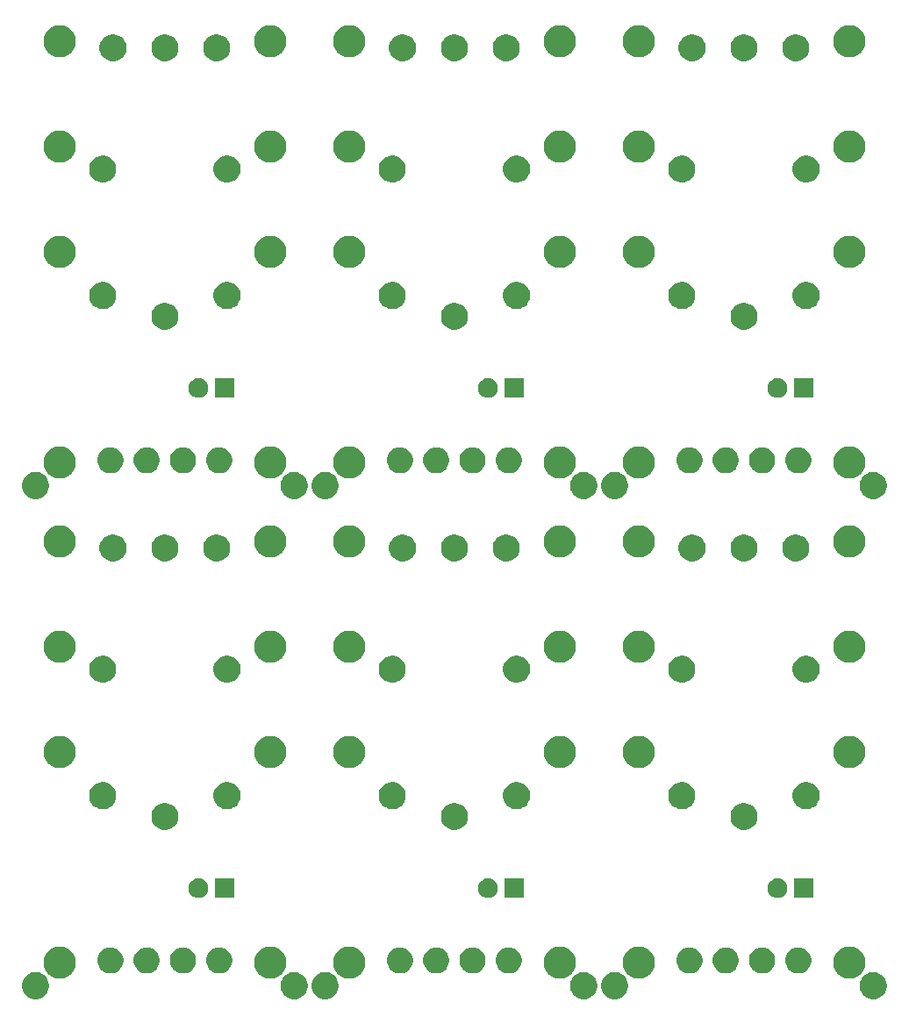
<source format=gbr>
G04 #@! TF.GenerationSoftware,KiCad,Pcbnew,5.1.5-52549c5~86~ubuntu18.04.1*
G04 #@! TF.CreationDate,2020-09-29T20:21:17-05:00*
G04 #@! TF.ProjectId,,58585858-5858-4585-9858-585858585858,rev?*
G04 #@! TF.SameCoordinates,Original*
G04 #@! TF.FileFunction,Soldermask,Bot*
G04 #@! TF.FilePolarity,Negative*
%FSLAX46Y46*%
G04 Gerber Fmt 4.6, Leading zero omitted, Abs format (unit mm)*
G04 Created by KiCad (PCBNEW 5.1.5-52549c5~86~ubuntu18.04.1) date 2020-09-29 20:21:17*
%MOMM*%
%LPD*%
G04 APERTURE LIST*
%ADD10C,0.100000*%
G04 APERTURE END LIST*
D10*
G36*
X154159793Y-142640304D02*
G01*
X154396501Y-142738352D01*
X154396503Y-142738353D01*
X154609535Y-142880696D01*
X154790704Y-143061865D01*
X154933047Y-143274897D01*
X154933048Y-143274899D01*
X155031096Y-143511607D01*
X155081080Y-143762893D01*
X155081080Y-144019107D01*
X155031096Y-144270393D01*
X154933048Y-144507101D01*
X154933047Y-144507103D01*
X154790704Y-144720135D01*
X154609535Y-144901304D01*
X154396503Y-145043647D01*
X154396502Y-145043648D01*
X154396501Y-145043648D01*
X154159793Y-145141696D01*
X153908507Y-145191680D01*
X153652293Y-145191680D01*
X153401007Y-145141696D01*
X153164299Y-145043648D01*
X153164298Y-145043648D01*
X153164297Y-145043647D01*
X152951265Y-144901304D01*
X152770096Y-144720135D01*
X152627753Y-144507103D01*
X152627752Y-144507101D01*
X152529704Y-144270393D01*
X152479720Y-144019107D01*
X152479720Y-143762893D01*
X152529704Y-143511607D01*
X152627752Y-143274899D01*
X152627753Y-143274897D01*
X152770096Y-143061865D01*
X152951265Y-142880696D01*
X153164297Y-142738353D01*
X153164299Y-142738352D01*
X153401007Y-142640304D01*
X153652293Y-142590320D01*
X153908507Y-142590320D01*
X154159793Y-142640304D01*
G37*
G36*
X126219793Y-142640304D02*
G01*
X126456501Y-142738352D01*
X126456503Y-142738353D01*
X126669535Y-142880696D01*
X126850704Y-143061865D01*
X126993047Y-143274897D01*
X126993048Y-143274899D01*
X127091096Y-143511607D01*
X127141080Y-143762893D01*
X127141080Y-144019107D01*
X127091096Y-144270393D01*
X126993048Y-144507101D01*
X126993047Y-144507103D01*
X126850704Y-144720135D01*
X126669535Y-144901304D01*
X126456503Y-145043647D01*
X126456502Y-145043648D01*
X126456501Y-145043648D01*
X126219793Y-145141696D01*
X125968507Y-145191680D01*
X125712293Y-145191680D01*
X125461007Y-145141696D01*
X125224299Y-145043648D01*
X125224298Y-145043648D01*
X125224297Y-145043647D01*
X125011265Y-144901304D01*
X124830096Y-144720135D01*
X124687753Y-144507103D01*
X124687752Y-144507101D01*
X124589704Y-144270393D01*
X124539720Y-144019107D01*
X124539720Y-143762893D01*
X124589704Y-143511607D01*
X124687752Y-143274899D01*
X124687753Y-143274897D01*
X124830096Y-143061865D01*
X125011265Y-142880696D01*
X125224297Y-142738353D01*
X125224299Y-142738352D01*
X125461007Y-142640304D01*
X125712293Y-142590320D01*
X125968507Y-142590320D01*
X126219793Y-142640304D01*
G37*
G36*
X98279793Y-142640304D02*
G01*
X98516501Y-142738352D01*
X98516503Y-142738353D01*
X98729535Y-142880696D01*
X98910704Y-143061865D01*
X99053047Y-143274897D01*
X99053048Y-143274899D01*
X99151096Y-143511607D01*
X99201080Y-143762893D01*
X99201080Y-144019107D01*
X99151096Y-144270393D01*
X99053048Y-144507101D01*
X99053047Y-144507103D01*
X98910704Y-144720135D01*
X98729535Y-144901304D01*
X98516503Y-145043647D01*
X98516502Y-145043648D01*
X98516501Y-145043648D01*
X98279793Y-145141696D01*
X98028507Y-145191680D01*
X97772293Y-145191680D01*
X97521007Y-145141696D01*
X97284299Y-145043648D01*
X97284298Y-145043648D01*
X97284297Y-145043647D01*
X97071265Y-144901304D01*
X96890096Y-144720135D01*
X96747753Y-144507103D01*
X96747752Y-144507101D01*
X96649704Y-144270393D01*
X96599720Y-144019107D01*
X96599720Y-143762893D01*
X96649704Y-143511607D01*
X96747752Y-143274899D01*
X96747753Y-143274897D01*
X96890096Y-143061865D01*
X97071265Y-142880696D01*
X97284297Y-142738353D01*
X97284299Y-142738352D01*
X97521007Y-142640304D01*
X97772293Y-142590320D01*
X98028507Y-142590320D01*
X98279793Y-142640304D01*
G37*
G36*
X101279793Y-142640304D02*
G01*
X101516501Y-142738352D01*
X101516503Y-142738353D01*
X101729535Y-142880696D01*
X101910704Y-143061865D01*
X102053047Y-143274897D01*
X102053048Y-143274899D01*
X102151096Y-143511607D01*
X102201080Y-143762893D01*
X102201080Y-144019107D01*
X102151096Y-144270393D01*
X102053048Y-144507101D01*
X102053047Y-144507103D01*
X101910704Y-144720135D01*
X101729535Y-144901304D01*
X101516503Y-145043647D01*
X101516502Y-145043648D01*
X101516501Y-145043648D01*
X101279793Y-145141696D01*
X101028507Y-145191680D01*
X100772293Y-145191680D01*
X100521007Y-145141696D01*
X100284299Y-145043648D01*
X100284298Y-145043648D01*
X100284297Y-145043647D01*
X100071265Y-144901304D01*
X99890096Y-144720135D01*
X99747753Y-144507103D01*
X99747752Y-144507101D01*
X99649704Y-144270393D01*
X99599720Y-144019107D01*
X99599720Y-143762893D01*
X99649704Y-143511607D01*
X99747752Y-143274899D01*
X99747753Y-143274897D01*
X99890096Y-143061865D01*
X100071265Y-142880696D01*
X100284297Y-142738353D01*
X100284299Y-142738352D01*
X100521007Y-142640304D01*
X100772293Y-142590320D01*
X101028507Y-142590320D01*
X101279793Y-142640304D01*
G37*
G36*
X73339793Y-142640304D02*
G01*
X73576501Y-142738352D01*
X73576503Y-142738353D01*
X73789535Y-142880696D01*
X73970704Y-143061865D01*
X74113047Y-143274897D01*
X74113048Y-143274899D01*
X74211096Y-143511607D01*
X74261080Y-143762893D01*
X74261080Y-144019107D01*
X74211096Y-144270393D01*
X74113048Y-144507101D01*
X74113047Y-144507103D01*
X73970704Y-144720135D01*
X73789535Y-144901304D01*
X73576503Y-145043647D01*
X73576502Y-145043648D01*
X73576501Y-145043648D01*
X73339793Y-145141696D01*
X73088507Y-145191680D01*
X72832293Y-145191680D01*
X72581007Y-145141696D01*
X72344299Y-145043648D01*
X72344298Y-145043648D01*
X72344297Y-145043647D01*
X72131265Y-144901304D01*
X71950096Y-144720135D01*
X71807753Y-144507103D01*
X71807752Y-144507101D01*
X71709704Y-144270393D01*
X71659720Y-144019107D01*
X71659720Y-143762893D01*
X71709704Y-143511607D01*
X71807752Y-143274899D01*
X71807753Y-143274897D01*
X71950096Y-143061865D01*
X72131265Y-142880696D01*
X72344297Y-142738353D01*
X72344299Y-142738352D01*
X72581007Y-142640304D01*
X72832293Y-142590320D01*
X73088507Y-142590320D01*
X73339793Y-142640304D01*
G37*
G36*
X129219793Y-142640304D02*
G01*
X129456501Y-142738352D01*
X129456503Y-142738353D01*
X129669535Y-142880696D01*
X129850704Y-143061865D01*
X129993047Y-143274897D01*
X129993048Y-143274899D01*
X130091096Y-143511607D01*
X130141080Y-143762893D01*
X130141080Y-144019107D01*
X130091096Y-144270393D01*
X129993048Y-144507101D01*
X129993047Y-144507103D01*
X129850704Y-144720135D01*
X129669535Y-144901304D01*
X129456503Y-145043647D01*
X129456502Y-145043648D01*
X129456501Y-145043648D01*
X129219793Y-145141696D01*
X128968507Y-145191680D01*
X128712293Y-145191680D01*
X128461007Y-145141696D01*
X128224299Y-145043648D01*
X128224298Y-145043648D01*
X128224297Y-145043647D01*
X128011265Y-144901304D01*
X127830096Y-144720135D01*
X127687753Y-144507103D01*
X127687752Y-144507101D01*
X127589704Y-144270393D01*
X127539720Y-144019107D01*
X127539720Y-143762893D01*
X127589704Y-143511607D01*
X127687752Y-143274899D01*
X127687753Y-143274897D01*
X127830096Y-143061865D01*
X128011265Y-142880696D01*
X128224297Y-142738353D01*
X128224299Y-142738352D01*
X128461007Y-142640304D01*
X128712293Y-142590320D01*
X128968507Y-142590320D01*
X129219793Y-142640304D01*
G37*
G36*
X123832985Y-140144802D02*
G01*
X123982810Y-140174604D01*
X124265074Y-140291521D01*
X124519105Y-140461259D01*
X124735141Y-140677295D01*
X124904879Y-140931326D01*
X125021796Y-141213590D01*
X125081400Y-141513240D01*
X125081400Y-141818760D01*
X125021796Y-142118410D01*
X124904879Y-142400674D01*
X124735141Y-142654705D01*
X124519105Y-142870741D01*
X124265074Y-143040479D01*
X123982810Y-143157396D01*
X123832985Y-143187198D01*
X123683161Y-143217000D01*
X123377639Y-143217000D01*
X123227815Y-143187198D01*
X123077990Y-143157396D01*
X122795726Y-143040479D01*
X122541695Y-142870741D01*
X122325659Y-142654705D01*
X122155921Y-142400674D01*
X122039004Y-142118410D01*
X121979400Y-141818760D01*
X121979400Y-141513240D01*
X122039004Y-141213590D01*
X122155921Y-140931326D01*
X122325659Y-140677295D01*
X122541695Y-140461259D01*
X122795726Y-140291521D01*
X123077990Y-140174604D01*
X123227815Y-140144802D01*
X123377639Y-140115000D01*
X123683161Y-140115000D01*
X123832985Y-140144802D01*
G37*
G36*
X75572985Y-140144802D02*
G01*
X75722810Y-140174604D01*
X76005074Y-140291521D01*
X76259105Y-140461259D01*
X76475141Y-140677295D01*
X76644879Y-140931326D01*
X76761796Y-141213590D01*
X76821400Y-141513240D01*
X76821400Y-141818760D01*
X76761796Y-142118410D01*
X76644879Y-142400674D01*
X76475141Y-142654705D01*
X76259105Y-142870741D01*
X76005074Y-143040479D01*
X75722810Y-143157396D01*
X75572985Y-143187198D01*
X75423161Y-143217000D01*
X75117639Y-143217000D01*
X74967815Y-143187198D01*
X74817990Y-143157396D01*
X74535726Y-143040479D01*
X74281695Y-142870741D01*
X74065659Y-142654705D01*
X73895921Y-142400674D01*
X73779004Y-142118410D01*
X73719400Y-141818760D01*
X73719400Y-141513240D01*
X73779004Y-141213590D01*
X73895921Y-140931326D01*
X74065659Y-140677295D01*
X74281695Y-140461259D01*
X74535726Y-140291521D01*
X74817990Y-140174604D01*
X74967815Y-140144802D01*
X75117639Y-140115000D01*
X75423161Y-140115000D01*
X75572985Y-140144802D01*
G37*
G36*
X95892985Y-140144802D02*
G01*
X96042810Y-140174604D01*
X96325074Y-140291521D01*
X96579105Y-140461259D01*
X96795141Y-140677295D01*
X96964879Y-140931326D01*
X97081796Y-141213590D01*
X97141400Y-141513240D01*
X97141400Y-141818760D01*
X97081796Y-142118410D01*
X96964879Y-142400674D01*
X96795141Y-142654705D01*
X96579105Y-142870741D01*
X96325074Y-143040479D01*
X96042810Y-143157396D01*
X95892985Y-143187198D01*
X95743161Y-143217000D01*
X95437639Y-143217000D01*
X95287815Y-143187198D01*
X95137990Y-143157396D01*
X94855726Y-143040479D01*
X94601695Y-142870741D01*
X94385659Y-142654705D01*
X94215921Y-142400674D01*
X94099004Y-142118410D01*
X94039400Y-141818760D01*
X94039400Y-141513240D01*
X94099004Y-141213590D01*
X94215921Y-140931326D01*
X94385659Y-140677295D01*
X94601695Y-140461259D01*
X94855726Y-140291521D01*
X95137990Y-140174604D01*
X95287815Y-140144802D01*
X95437639Y-140115000D01*
X95743161Y-140115000D01*
X95892985Y-140144802D01*
G37*
G36*
X151772985Y-140144802D02*
G01*
X151922810Y-140174604D01*
X152205074Y-140291521D01*
X152459105Y-140461259D01*
X152675141Y-140677295D01*
X152844879Y-140931326D01*
X152961796Y-141213590D01*
X153021400Y-141513240D01*
X153021400Y-141818760D01*
X152961796Y-142118410D01*
X152844879Y-142400674D01*
X152675141Y-142654705D01*
X152459105Y-142870741D01*
X152205074Y-143040479D01*
X151922810Y-143157396D01*
X151772985Y-143187198D01*
X151623161Y-143217000D01*
X151317639Y-143217000D01*
X151167815Y-143187198D01*
X151017990Y-143157396D01*
X150735726Y-143040479D01*
X150481695Y-142870741D01*
X150265659Y-142654705D01*
X150095921Y-142400674D01*
X149979004Y-142118410D01*
X149919400Y-141818760D01*
X149919400Y-141513240D01*
X149979004Y-141213590D01*
X150095921Y-140931326D01*
X150265659Y-140677295D01*
X150481695Y-140461259D01*
X150735726Y-140291521D01*
X151017990Y-140174604D01*
X151167815Y-140144802D01*
X151317639Y-140115000D01*
X151623161Y-140115000D01*
X151772985Y-140144802D01*
G37*
G36*
X131452985Y-140144802D02*
G01*
X131602810Y-140174604D01*
X131885074Y-140291521D01*
X132139105Y-140461259D01*
X132355141Y-140677295D01*
X132524879Y-140931326D01*
X132641796Y-141213590D01*
X132701400Y-141513240D01*
X132701400Y-141818760D01*
X132641796Y-142118410D01*
X132524879Y-142400674D01*
X132355141Y-142654705D01*
X132139105Y-142870741D01*
X131885074Y-143040479D01*
X131602810Y-143157396D01*
X131452985Y-143187198D01*
X131303161Y-143217000D01*
X130997639Y-143217000D01*
X130847815Y-143187198D01*
X130697990Y-143157396D01*
X130415726Y-143040479D01*
X130161695Y-142870741D01*
X129945659Y-142654705D01*
X129775921Y-142400674D01*
X129659004Y-142118410D01*
X129599400Y-141818760D01*
X129599400Y-141513240D01*
X129659004Y-141213590D01*
X129775921Y-140931326D01*
X129945659Y-140677295D01*
X130161695Y-140461259D01*
X130415726Y-140291521D01*
X130697990Y-140174604D01*
X130847815Y-140144802D01*
X130997639Y-140115000D01*
X131303161Y-140115000D01*
X131452985Y-140144802D01*
G37*
G36*
X103512985Y-140144802D02*
G01*
X103662810Y-140174604D01*
X103945074Y-140291521D01*
X104199105Y-140461259D01*
X104415141Y-140677295D01*
X104584879Y-140931326D01*
X104701796Y-141213590D01*
X104761400Y-141513240D01*
X104761400Y-141818760D01*
X104701796Y-142118410D01*
X104584879Y-142400674D01*
X104415141Y-142654705D01*
X104199105Y-142870741D01*
X103945074Y-143040479D01*
X103662810Y-143157396D01*
X103512985Y-143187198D01*
X103363161Y-143217000D01*
X103057639Y-143217000D01*
X102907815Y-143187198D01*
X102757990Y-143157396D01*
X102475726Y-143040479D01*
X102221695Y-142870741D01*
X102005659Y-142654705D01*
X101835921Y-142400674D01*
X101719004Y-142118410D01*
X101659400Y-141818760D01*
X101659400Y-141513240D01*
X101719004Y-141213590D01*
X101835921Y-140931326D01*
X102005659Y-140677295D01*
X102221695Y-140461259D01*
X102475726Y-140291521D01*
X102757990Y-140174604D01*
X102907815Y-140144802D01*
X103057639Y-140115000D01*
X103363161Y-140115000D01*
X103512985Y-140144802D01*
G37*
G36*
X115485303Y-140249675D02*
G01*
X115586329Y-140291521D01*
X115712971Y-140343978D01*
X115917866Y-140480885D01*
X116092115Y-140655134D01*
X116229022Y-140860029D01*
X116323325Y-141087697D01*
X116371400Y-141329387D01*
X116371400Y-141575813D01*
X116323325Y-141817503D01*
X116229022Y-142045171D01*
X116092115Y-142250066D01*
X115917866Y-142424315D01*
X115712971Y-142561222D01*
X115712970Y-142561223D01*
X115712969Y-142561223D01*
X115485303Y-142655525D01*
X115243614Y-142703600D01*
X114997186Y-142703600D01*
X114755497Y-142655525D01*
X114527831Y-142561223D01*
X114527830Y-142561223D01*
X114527829Y-142561222D01*
X114322934Y-142424315D01*
X114148685Y-142250066D01*
X114011778Y-142045171D01*
X113917475Y-141817503D01*
X113869400Y-141575813D01*
X113869400Y-141329387D01*
X113917475Y-141087697D01*
X114011778Y-140860029D01*
X114148685Y-140655134D01*
X114322934Y-140480885D01*
X114527829Y-140343978D01*
X114654472Y-140291521D01*
X114755497Y-140249675D01*
X114997186Y-140201600D01*
X115243614Y-140201600D01*
X115485303Y-140249675D01*
G37*
G36*
X108485303Y-140249675D02*
G01*
X108586329Y-140291521D01*
X108712971Y-140343978D01*
X108917866Y-140480885D01*
X109092115Y-140655134D01*
X109229022Y-140860029D01*
X109323325Y-141087697D01*
X109371400Y-141329387D01*
X109371400Y-141575813D01*
X109323325Y-141817503D01*
X109229022Y-142045171D01*
X109092115Y-142250066D01*
X108917866Y-142424315D01*
X108712971Y-142561222D01*
X108712970Y-142561223D01*
X108712969Y-142561223D01*
X108485303Y-142655525D01*
X108243614Y-142703600D01*
X107997186Y-142703600D01*
X107755497Y-142655525D01*
X107527831Y-142561223D01*
X107527830Y-142561223D01*
X107527829Y-142561222D01*
X107322934Y-142424315D01*
X107148685Y-142250066D01*
X107011778Y-142045171D01*
X106917475Y-141817503D01*
X106869400Y-141575813D01*
X106869400Y-141329387D01*
X106917475Y-141087697D01*
X107011778Y-140860029D01*
X107148685Y-140655134D01*
X107322934Y-140480885D01*
X107527829Y-140343978D01*
X107654472Y-140291521D01*
X107755497Y-140249675D01*
X107997186Y-140201600D01*
X108243614Y-140201600D01*
X108485303Y-140249675D01*
G37*
G36*
X84045303Y-140249675D02*
G01*
X84146329Y-140291521D01*
X84272971Y-140343978D01*
X84477866Y-140480885D01*
X84652115Y-140655134D01*
X84789022Y-140860029D01*
X84883325Y-141087697D01*
X84931400Y-141329387D01*
X84931400Y-141575813D01*
X84883325Y-141817503D01*
X84789022Y-142045171D01*
X84652115Y-142250066D01*
X84477866Y-142424315D01*
X84272971Y-142561222D01*
X84272970Y-142561223D01*
X84272969Y-142561223D01*
X84045303Y-142655525D01*
X83803614Y-142703600D01*
X83557186Y-142703600D01*
X83315497Y-142655525D01*
X83087831Y-142561223D01*
X83087830Y-142561223D01*
X83087829Y-142561222D01*
X82882934Y-142424315D01*
X82708685Y-142250066D01*
X82571778Y-142045171D01*
X82477475Y-141817503D01*
X82429400Y-141575813D01*
X82429400Y-141329387D01*
X82477475Y-141087697D01*
X82571778Y-140860029D01*
X82708685Y-140655134D01*
X82882934Y-140480885D01*
X83087829Y-140343978D01*
X83214472Y-140291521D01*
X83315497Y-140249675D01*
X83557186Y-140201600D01*
X83803614Y-140201600D01*
X84045303Y-140249675D01*
G37*
G36*
X87545303Y-140249675D02*
G01*
X87646329Y-140291521D01*
X87772971Y-140343978D01*
X87977866Y-140480885D01*
X88152115Y-140655134D01*
X88289022Y-140860029D01*
X88383325Y-141087697D01*
X88431400Y-141329387D01*
X88431400Y-141575813D01*
X88383325Y-141817503D01*
X88289022Y-142045171D01*
X88152115Y-142250066D01*
X87977866Y-142424315D01*
X87772971Y-142561222D01*
X87772970Y-142561223D01*
X87772969Y-142561223D01*
X87545303Y-142655525D01*
X87303614Y-142703600D01*
X87057186Y-142703600D01*
X86815497Y-142655525D01*
X86587831Y-142561223D01*
X86587830Y-142561223D01*
X86587829Y-142561222D01*
X86382934Y-142424315D01*
X86208685Y-142250066D01*
X86071778Y-142045171D01*
X85977475Y-141817503D01*
X85929400Y-141575813D01*
X85929400Y-141329387D01*
X85977475Y-141087697D01*
X86071778Y-140860029D01*
X86208685Y-140655134D01*
X86382934Y-140480885D01*
X86587829Y-140343978D01*
X86714472Y-140291521D01*
X86815497Y-140249675D01*
X87057186Y-140201600D01*
X87303614Y-140201600D01*
X87545303Y-140249675D01*
G37*
G36*
X91045303Y-140249675D02*
G01*
X91146329Y-140291521D01*
X91272971Y-140343978D01*
X91477866Y-140480885D01*
X91652115Y-140655134D01*
X91789022Y-140860029D01*
X91883325Y-141087697D01*
X91931400Y-141329387D01*
X91931400Y-141575813D01*
X91883325Y-141817503D01*
X91789022Y-142045171D01*
X91652115Y-142250066D01*
X91477866Y-142424315D01*
X91272971Y-142561222D01*
X91272970Y-142561223D01*
X91272969Y-142561223D01*
X91045303Y-142655525D01*
X90803614Y-142703600D01*
X90557186Y-142703600D01*
X90315497Y-142655525D01*
X90087831Y-142561223D01*
X90087830Y-142561223D01*
X90087829Y-142561222D01*
X89882934Y-142424315D01*
X89708685Y-142250066D01*
X89571778Y-142045171D01*
X89477475Y-141817503D01*
X89429400Y-141575813D01*
X89429400Y-141329387D01*
X89477475Y-141087697D01*
X89571778Y-140860029D01*
X89708685Y-140655134D01*
X89882934Y-140480885D01*
X90087829Y-140343978D01*
X90214472Y-140291521D01*
X90315497Y-140249675D01*
X90557186Y-140201600D01*
X90803614Y-140201600D01*
X91045303Y-140249675D01*
G37*
G36*
X111985303Y-140249675D02*
G01*
X112086329Y-140291521D01*
X112212971Y-140343978D01*
X112417866Y-140480885D01*
X112592115Y-140655134D01*
X112729022Y-140860029D01*
X112823325Y-141087697D01*
X112871400Y-141329387D01*
X112871400Y-141575813D01*
X112823325Y-141817503D01*
X112729022Y-142045171D01*
X112592115Y-142250066D01*
X112417866Y-142424315D01*
X112212971Y-142561222D01*
X112212970Y-142561223D01*
X112212969Y-142561223D01*
X111985303Y-142655525D01*
X111743614Y-142703600D01*
X111497186Y-142703600D01*
X111255497Y-142655525D01*
X111027831Y-142561223D01*
X111027830Y-142561223D01*
X111027829Y-142561222D01*
X110822934Y-142424315D01*
X110648685Y-142250066D01*
X110511778Y-142045171D01*
X110417475Y-141817503D01*
X110369400Y-141575813D01*
X110369400Y-141329387D01*
X110417475Y-141087697D01*
X110511778Y-140860029D01*
X110648685Y-140655134D01*
X110822934Y-140480885D01*
X111027829Y-140343978D01*
X111154472Y-140291521D01*
X111255497Y-140249675D01*
X111497186Y-140201600D01*
X111743614Y-140201600D01*
X111985303Y-140249675D01*
G37*
G36*
X118985303Y-140249675D02*
G01*
X119086329Y-140291521D01*
X119212971Y-140343978D01*
X119417866Y-140480885D01*
X119592115Y-140655134D01*
X119729022Y-140860029D01*
X119823325Y-141087697D01*
X119871400Y-141329387D01*
X119871400Y-141575813D01*
X119823325Y-141817503D01*
X119729022Y-142045171D01*
X119592115Y-142250066D01*
X119417866Y-142424315D01*
X119212971Y-142561222D01*
X119212970Y-142561223D01*
X119212969Y-142561223D01*
X118985303Y-142655525D01*
X118743614Y-142703600D01*
X118497186Y-142703600D01*
X118255497Y-142655525D01*
X118027831Y-142561223D01*
X118027830Y-142561223D01*
X118027829Y-142561222D01*
X117822934Y-142424315D01*
X117648685Y-142250066D01*
X117511778Y-142045171D01*
X117417475Y-141817503D01*
X117369400Y-141575813D01*
X117369400Y-141329387D01*
X117417475Y-141087697D01*
X117511778Y-140860029D01*
X117648685Y-140655134D01*
X117822934Y-140480885D01*
X118027829Y-140343978D01*
X118154472Y-140291521D01*
X118255497Y-140249675D01*
X118497186Y-140201600D01*
X118743614Y-140201600D01*
X118985303Y-140249675D01*
G37*
G36*
X136425303Y-140249675D02*
G01*
X136526329Y-140291521D01*
X136652971Y-140343978D01*
X136857866Y-140480885D01*
X137032115Y-140655134D01*
X137169022Y-140860029D01*
X137263325Y-141087697D01*
X137311400Y-141329387D01*
X137311400Y-141575813D01*
X137263325Y-141817503D01*
X137169022Y-142045171D01*
X137032115Y-142250066D01*
X136857866Y-142424315D01*
X136652971Y-142561222D01*
X136652970Y-142561223D01*
X136652969Y-142561223D01*
X136425303Y-142655525D01*
X136183614Y-142703600D01*
X135937186Y-142703600D01*
X135695497Y-142655525D01*
X135467831Y-142561223D01*
X135467830Y-142561223D01*
X135467829Y-142561222D01*
X135262934Y-142424315D01*
X135088685Y-142250066D01*
X134951778Y-142045171D01*
X134857475Y-141817503D01*
X134809400Y-141575813D01*
X134809400Y-141329387D01*
X134857475Y-141087697D01*
X134951778Y-140860029D01*
X135088685Y-140655134D01*
X135262934Y-140480885D01*
X135467829Y-140343978D01*
X135594472Y-140291521D01*
X135695497Y-140249675D01*
X135937186Y-140201600D01*
X136183614Y-140201600D01*
X136425303Y-140249675D01*
G37*
G36*
X139925303Y-140249675D02*
G01*
X140026329Y-140291521D01*
X140152971Y-140343978D01*
X140357866Y-140480885D01*
X140532115Y-140655134D01*
X140669022Y-140860029D01*
X140763325Y-141087697D01*
X140811400Y-141329387D01*
X140811400Y-141575813D01*
X140763325Y-141817503D01*
X140669022Y-142045171D01*
X140532115Y-142250066D01*
X140357866Y-142424315D01*
X140152971Y-142561222D01*
X140152970Y-142561223D01*
X140152969Y-142561223D01*
X139925303Y-142655525D01*
X139683614Y-142703600D01*
X139437186Y-142703600D01*
X139195497Y-142655525D01*
X138967831Y-142561223D01*
X138967830Y-142561223D01*
X138967829Y-142561222D01*
X138762934Y-142424315D01*
X138588685Y-142250066D01*
X138451778Y-142045171D01*
X138357475Y-141817503D01*
X138309400Y-141575813D01*
X138309400Y-141329387D01*
X138357475Y-141087697D01*
X138451778Y-140860029D01*
X138588685Y-140655134D01*
X138762934Y-140480885D01*
X138967829Y-140343978D01*
X139094472Y-140291521D01*
X139195497Y-140249675D01*
X139437186Y-140201600D01*
X139683614Y-140201600D01*
X139925303Y-140249675D01*
G37*
G36*
X143425303Y-140249675D02*
G01*
X143526329Y-140291521D01*
X143652971Y-140343978D01*
X143857866Y-140480885D01*
X144032115Y-140655134D01*
X144169022Y-140860029D01*
X144263325Y-141087697D01*
X144311400Y-141329387D01*
X144311400Y-141575813D01*
X144263325Y-141817503D01*
X144169022Y-142045171D01*
X144032115Y-142250066D01*
X143857866Y-142424315D01*
X143652971Y-142561222D01*
X143652970Y-142561223D01*
X143652969Y-142561223D01*
X143425303Y-142655525D01*
X143183614Y-142703600D01*
X142937186Y-142703600D01*
X142695497Y-142655525D01*
X142467831Y-142561223D01*
X142467830Y-142561223D01*
X142467829Y-142561222D01*
X142262934Y-142424315D01*
X142088685Y-142250066D01*
X141951778Y-142045171D01*
X141857475Y-141817503D01*
X141809400Y-141575813D01*
X141809400Y-141329387D01*
X141857475Y-141087697D01*
X141951778Y-140860029D01*
X142088685Y-140655134D01*
X142262934Y-140480885D01*
X142467829Y-140343978D01*
X142594472Y-140291521D01*
X142695497Y-140249675D01*
X142937186Y-140201600D01*
X143183614Y-140201600D01*
X143425303Y-140249675D01*
G37*
G36*
X146925303Y-140249675D02*
G01*
X147026329Y-140291521D01*
X147152971Y-140343978D01*
X147357866Y-140480885D01*
X147532115Y-140655134D01*
X147669022Y-140860029D01*
X147763325Y-141087697D01*
X147811400Y-141329387D01*
X147811400Y-141575813D01*
X147763325Y-141817503D01*
X147669022Y-142045171D01*
X147532115Y-142250066D01*
X147357866Y-142424315D01*
X147152971Y-142561222D01*
X147152970Y-142561223D01*
X147152969Y-142561223D01*
X146925303Y-142655525D01*
X146683614Y-142703600D01*
X146437186Y-142703600D01*
X146195497Y-142655525D01*
X145967831Y-142561223D01*
X145967830Y-142561223D01*
X145967829Y-142561222D01*
X145762934Y-142424315D01*
X145588685Y-142250066D01*
X145451778Y-142045171D01*
X145357475Y-141817503D01*
X145309400Y-141575813D01*
X145309400Y-141329387D01*
X145357475Y-141087697D01*
X145451778Y-140860029D01*
X145588685Y-140655134D01*
X145762934Y-140480885D01*
X145967829Y-140343978D01*
X146094472Y-140291521D01*
X146195497Y-140249675D01*
X146437186Y-140201600D01*
X146683614Y-140201600D01*
X146925303Y-140249675D01*
G37*
G36*
X80545303Y-140249675D02*
G01*
X80646329Y-140291521D01*
X80772971Y-140343978D01*
X80977866Y-140480885D01*
X81152115Y-140655134D01*
X81289022Y-140860029D01*
X81383325Y-141087697D01*
X81431400Y-141329387D01*
X81431400Y-141575813D01*
X81383325Y-141817503D01*
X81289022Y-142045171D01*
X81152115Y-142250066D01*
X80977866Y-142424315D01*
X80772971Y-142561222D01*
X80772970Y-142561223D01*
X80772969Y-142561223D01*
X80545303Y-142655525D01*
X80303614Y-142703600D01*
X80057186Y-142703600D01*
X79815497Y-142655525D01*
X79587831Y-142561223D01*
X79587830Y-142561223D01*
X79587829Y-142561222D01*
X79382934Y-142424315D01*
X79208685Y-142250066D01*
X79071778Y-142045171D01*
X78977475Y-141817503D01*
X78929400Y-141575813D01*
X78929400Y-141329387D01*
X78977475Y-141087697D01*
X79071778Y-140860029D01*
X79208685Y-140655134D01*
X79382934Y-140480885D01*
X79587829Y-140343978D01*
X79714472Y-140291521D01*
X79815497Y-140249675D01*
X80057186Y-140201600D01*
X80303614Y-140201600D01*
X80545303Y-140249675D01*
G37*
G36*
X92162400Y-135444000D02*
G01*
X90260400Y-135444000D01*
X90260400Y-133542000D01*
X92162400Y-133542000D01*
X92162400Y-135444000D01*
G37*
G36*
X144828795Y-133578546D02*
G01*
X145001866Y-133650234D01*
X145001867Y-133650235D01*
X145157627Y-133754310D01*
X145290090Y-133886773D01*
X145290091Y-133886775D01*
X145394166Y-134042534D01*
X145465854Y-134215605D01*
X145502400Y-134399333D01*
X145502400Y-134586667D01*
X145465854Y-134770395D01*
X145394166Y-134943466D01*
X145394165Y-134943467D01*
X145290090Y-135099227D01*
X145157627Y-135231690D01*
X145079218Y-135284081D01*
X145001866Y-135335766D01*
X144828795Y-135407454D01*
X144645067Y-135444000D01*
X144457733Y-135444000D01*
X144274005Y-135407454D01*
X144100934Y-135335766D01*
X144023582Y-135284081D01*
X143945173Y-135231690D01*
X143812710Y-135099227D01*
X143708635Y-134943467D01*
X143708634Y-134943466D01*
X143636946Y-134770395D01*
X143600400Y-134586667D01*
X143600400Y-134399333D01*
X143636946Y-134215605D01*
X143708634Y-134042534D01*
X143812709Y-133886775D01*
X143812710Y-133886773D01*
X143945173Y-133754310D01*
X144100933Y-133650235D01*
X144100934Y-133650234D01*
X144274005Y-133578546D01*
X144457733Y-133542000D01*
X144645067Y-133542000D01*
X144828795Y-133578546D01*
G37*
G36*
X88948795Y-133578546D02*
G01*
X89121866Y-133650234D01*
X89121867Y-133650235D01*
X89277627Y-133754310D01*
X89410090Y-133886773D01*
X89410091Y-133886775D01*
X89514166Y-134042534D01*
X89585854Y-134215605D01*
X89622400Y-134399333D01*
X89622400Y-134586667D01*
X89585854Y-134770395D01*
X89514166Y-134943466D01*
X89514165Y-134943467D01*
X89410090Y-135099227D01*
X89277627Y-135231690D01*
X89199218Y-135284081D01*
X89121866Y-135335766D01*
X88948795Y-135407454D01*
X88765067Y-135444000D01*
X88577733Y-135444000D01*
X88394005Y-135407454D01*
X88220934Y-135335766D01*
X88143582Y-135284081D01*
X88065173Y-135231690D01*
X87932710Y-135099227D01*
X87828635Y-134943467D01*
X87828634Y-134943466D01*
X87756946Y-134770395D01*
X87720400Y-134586667D01*
X87720400Y-134399333D01*
X87756946Y-134215605D01*
X87828634Y-134042534D01*
X87932709Y-133886775D01*
X87932710Y-133886773D01*
X88065173Y-133754310D01*
X88220933Y-133650235D01*
X88220934Y-133650234D01*
X88394005Y-133578546D01*
X88577733Y-133542000D01*
X88765067Y-133542000D01*
X88948795Y-133578546D01*
G37*
G36*
X116888795Y-133578546D02*
G01*
X117061866Y-133650234D01*
X117061867Y-133650235D01*
X117217627Y-133754310D01*
X117350090Y-133886773D01*
X117350091Y-133886775D01*
X117454166Y-134042534D01*
X117525854Y-134215605D01*
X117562400Y-134399333D01*
X117562400Y-134586667D01*
X117525854Y-134770395D01*
X117454166Y-134943466D01*
X117454165Y-134943467D01*
X117350090Y-135099227D01*
X117217627Y-135231690D01*
X117139218Y-135284081D01*
X117061866Y-135335766D01*
X116888795Y-135407454D01*
X116705067Y-135444000D01*
X116517733Y-135444000D01*
X116334005Y-135407454D01*
X116160934Y-135335766D01*
X116083582Y-135284081D01*
X116005173Y-135231690D01*
X115872710Y-135099227D01*
X115768635Y-134943467D01*
X115768634Y-134943466D01*
X115696946Y-134770395D01*
X115660400Y-134586667D01*
X115660400Y-134399333D01*
X115696946Y-134215605D01*
X115768634Y-134042534D01*
X115872709Y-133886775D01*
X115872710Y-133886773D01*
X116005173Y-133754310D01*
X116160933Y-133650235D01*
X116160934Y-133650234D01*
X116334005Y-133578546D01*
X116517733Y-133542000D01*
X116705067Y-133542000D01*
X116888795Y-133578546D01*
G37*
G36*
X120102400Y-135444000D02*
G01*
X118200400Y-135444000D01*
X118200400Y-133542000D01*
X120102400Y-133542000D01*
X120102400Y-135444000D01*
G37*
G36*
X148042400Y-135444000D02*
G01*
X146140400Y-135444000D01*
X146140400Y-133542000D01*
X148042400Y-133542000D01*
X148042400Y-135444000D01*
G37*
G36*
X141689887Y-126307796D02*
G01*
X141926653Y-126405868D01*
X141926655Y-126405869D01*
X142139739Y-126548247D01*
X142320953Y-126729461D01*
X142408043Y-126859800D01*
X142463332Y-126942547D01*
X142561404Y-127179313D01*
X142611400Y-127430661D01*
X142611400Y-127686939D01*
X142561404Y-127938287D01*
X142463332Y-128175053D01*
X142463331Y-128175055D01*
X142320953Y-128388139D01*
X142139739Y-128569353D01*
X141926655Y-128711731D01*
X141926654Y-128711732D01*
X141926653Y-128711732D01*
X141689887Y-128809804D01*
X141438539Y-128859800D01*
X141182261Y-128859800D01*
X140930913Y-128809804D01*
X140694147Y-128711732D01*
X140694146Y-128711732D01*
X140694145Y-128711731D01*
X140481061Y-128569353D01*
X140299847Y-128388139D01*
X140157469Y-128175055D01*
X140157468Y-128175053D01*
X140059396Y-127938287D01*
X140009400Y-127686939D01*
X140009400Y-127430661D01*
X140059396Y-127179313D01*
X140157468Y-126942547D01*
X140212758Y-126859800D01*
X140299847Y-126729461D01*
X140481061Y-126548247D01*
X140694145Y-126405869D01*
X140694147Y-126405868D01*
X140930913Y-126307796D01*
X141182261Y-126257800D01*
X141438539Y-126257800D01*
X141689887Y-126307796D01*
G37*
G36*
X113749887Y-126307796D02*
G01*
X113986653Y-126405868D01*
X113986655Y-126405869D01*
X114199739Y-126548247D01*
X114380953Y-126729461D01*
X114468043Y-126859800D01*
X114523332Y-126942547D01*
X114621404Y-127179313D01*
X114671400Y-127430661D01*
X114671400Y-127686939D01*
X114621404Y-127938287D01*
X114523332Y-128175053D01*
X114523331Y-128175055D01*
X114380953Y-128388139D01*
X114199739Y-128569353D01*
X113986655Y-128711731D01*
X113986654Y-128711732D01*
X113986653Y-128711732D01*
X113749887Y-128809804D01*
X113498539Y-128859800D01*
X113242261Y-128859800D01*
X112990913Y-128809804D01*
X112754147Y-128711732D01*
X112754146Y-128711732D01*
X112754145Y-128711731D01*
X112541061Y-128569353D01*
X112359847Y-128388139D01*
X112217469Y-128175055D01*
X112217468Y-128175053D01*
X112119396Y-127938287D01*
X112069400Y-127686939D01*
X112069400Y-127430661D01*
X112119396Y-127179313D01*
X112217468Y-126942547D01*
X112272758Y-126859800D01*
X112359847Y-126729461D01*
X112541061Y-126548247D01*
X112754145Y-126405869D01*
X112754147Y-126405868D01*
X112990913Y-126307796D01*
X113242261Y-126257800D01*
X113498539Y-126257800D01*
X113749887Y-126307796D01*
G37*
G36*
X85809887Y-126307796D02*
G01*
X86046653Y-126405868D01*
X86046655Y-126405869D01*
X86259739Y-126548247D01*
X86440953Y-126729461D01*
X86528043Y-126859800D01*
X86583332Y-126942547D01*
X86681404Y-127179313D01*
X86731400Y-127430661D01*
X86731400Y-127686939D01*
X86681404Y-127938287D01*
X86583332Y-128175053D01*
X86583331Y-128175055D01*
X86440953Y-128388139D01*
X86259739Y-128569353D01*
X86046655Y-128711731D01*
X86046654Y-128711732D01*
X86046653Y-128711732D01*
X85809887Y-128809804D01*
X85558539Y-128859800D01*
X85302261Y-128859800D01*
X85050913Y-128809804D01*
X84814147Y-128711732D01*
X84814146Y-128711732D01*
X84814145Y-128711731D01*
X84601061Y-128569353D01*
X84419847Y-128388139D01*
X84277469Y-128175055D01*
X84277468Y-128175053D01*
X84179396Y-127938287D01*
X84129400Y-127686939D01*
X84129400Y-127430661D01*
X84179396Y-127179313D01*
X84277468Y-126942547D01*
X84332758Y-126859800D01*
X84419847Y-126729461D01*
X84601061Y-126548247D01*
X84814145Y-126405869D01*
X84814147Y-126405868D01*
X85050913Y-126307796D01*
X85302261Y-126257800D01*
X85558539Y-126257800D01*
X85809887Y-126307796D01*
G37*
G36*
X135689887Y-124307796D02*
G01*
X135926653Y-124405868D01*
X135926655Y-124405869D01*
X136139739Y-124548247D01*
X136320953Y-124729461D01*
X136463332Y-124942547D01*
X136561404Y-125179313D01*
X136611400Y-125430661D01*
X136611400Y-125686939D01*
X136561404Y-125938287D01*
X136463332Y-126175053D01*
X136463331Y-126175055D01*
X136320953Y-126388139D01*
X136139739Y-126569353D01*
X135926655Y-126711731D01*
X135926654Y-126711732D01*
X135926653Y-126711732D01*
X135689887Y-126809804D01*
X135438539Y-126859800D01*
X135182261Y-126859800D01*
X134930913Y-126809804D01*
X134694147Y-126711732D01*
X134694146Y-126711732D01*
X134694145Y-126711731D01*
X134481061Y-126569353D01*
X134299847Y-126388139D01*
X134157469Y-126175055D01*
X134157468Y-126175053D01*
X134059396Y-125938287D01*
X134009400Y-125686939D01*
X134009400Y-125430661D01*
X134059396Y-125179313D01*
X134157468Y-124942547D01*
X134299847Y-124729461D01*
X134481061Y-124548247D01*
X134694145Y-124405869D01*
X134694147Y-124405868D01*
X134930913Y-124307796D01*
X135182261Y-124257800D01*
X135438539Y-124257800D01*
X135689887Y-124307796D01*
G37*
G36*
X147689887Y-124307796D02*
G01*
X147926653Y-124405868D01*
X147926655Y-124405869D01*
X148139739Y-124548247D01*
X148320953Y-124729461D01*
X148463332Y-124942547D01*
X148561404Y-125179313D01*
X148611400Y-125430661D01*
X148611400Y-125686939D01*
X148561404Y-125938287D01*
X148463332Y-126175053D01*
X148463331Y-126175055D01*
X148320953Y-126388139D01*
X148139739Y-126569353D01*
X147926655Y-126711731D01*
X147926654Y-126711732D01*
X147926653Y-126711732D01*
X147689887Y-126809804D01*
X147438539Y-126859800D01*
X147182261Y-126859800D01*
X146930913Y-126809804D01*
X146694147Y-126711732D01*
X146694146Y-126711732D01*
X146694145Y-126711731D01*
X146481061Y-126569353D01*
X146299847Y-126388139D01*
X146157469Y-126175055D01*
X146157468Y-126175053D01*
X146059396Y-125938287D01*
X146009400Y-125686939D01*
X146009400Y-125430661D01*
X146059396Y-125179313D01*
X146157468Y-124942547D01*
X146299847Y-124729461D01*
X146481061Y-124548247D01*
X146694145Y-124405869D01*
X146694147Y-124405868D01*
X146930913Y-124307796D01*
X147182261Y-124257800D01*
X147438539Y-124257800D01*
X147689887Y-124307796D01*
G37*
G36*
X91809887Y-124307796D02*
G01*
X92046653Y-124405868D01*
X92046655Y-124405869D01*
X92259739Y-124548247D01*
X92440953Y-124729461D01*
X92583332Y-124942547D01*
X92681404Y-125179313D01*
X92731400Y-125430661D01*
X92731400Y-125686939D01*
X92681404Y-125938287D01*
X92583332Y-126175053D01*
X92583331Y-126175055D01*
X92440953Y-126388139D01*
X92259739Y-126569353D01*
X92046655Y-126711731D01*
X92046654Y-126711732D01*
X92046653Y-126711732D01*
X91809887Y-126809804D01*
X91558539Y-126859800D01*
X91302261Y-126859800D01*
X91050913Y-126809804D01*
X90814147Y-126711732D01*
X90814146Y-126711732D01*
X90814145Y-126711731D01*
X90601061Y-126569353D01*
X90419847Y-126388139D01*
X90277469Y-126175055D01*
X90277468Y-126175053D01*
X90179396Y-125938287D01*
X90129400Y-125686939D01*
X90129400Y-125430661D01*
X90179396Y-125179313D01*
X90277468Y-124942547D01*
X90419847Y-124729461D01*
X90601061Y-124548247D01*
X90814145Y-124405869D01*
X90814147Y-124405868D01*
X91050913Y-124307796D01*
X91302261Y-124257800D01*
X91558539Y-124257800D01*
X91809887Y-124307796D01*
G37*
G36*
X119749887Y-124307796D02*
G01*
X119986653Y-124405868D01*
X119986655Y-124405869D01*
X120199739Y-124548247D01*
X120380953Y-124729461D01*
X120523332Y-124942547D01*
X120621404Y-125179313D01*
X120671400Y-125430661D01*
X120671400Y-125686939D01*
X120621404Y-125938287D01*
X120523332Y-126175053D01*
X120523331Y-126175055D01*
X120380953Y-126388139D01*
X120199739Y-126569353D01*
X119986655Y-126711731D01*
X119986654Y-126711732D01*
X119986653Y-126711732D01*
X119749887Y-126809804D01*
X119498539Y-126859800D01*
X119242261Y-126859800D01*
X118990913Y-126809804D01*
X118754147Y-126711732D01*
X118754146Y-126711732D01*
X118754145Y-126711731D01*
X118541061Y-126569353D01*
X118359847Y-126388139D01*
X118217469Y-126175055D01*
X118217468Y-126175053D01*
X118119396Y-125938287D01*
X118069400Y-125686939D01*
X118069400Y-125430661D01*
X118119396Y-125179313D01*
X118217468Y-124942547D01*
X118359847Y-124729461D01*
X118541061Y-124548247D01*
X118754145Y-124405869D01*
X118754147Y-124405868D01*
X118990913Y-124307796D01*
X119242261Y-124257800D01*
X119498539Y-124257800D01*
X119749887Y-124307796D01*
G37*
G36*
X107749887Y-124307796D02*
G01*
X107986653Y-124405868D01*
X107986655Y-124405869D01*
X108199739Y-124548247D01*
X108380953Y-124729461D01*
X108523332Y-124942547D01*
X108621404Y-125179313D01*
X108671400Y-125430661D01*
X108671400Y-125686939D01*
X108621404Y-125938287D01*
X108523332Y-126175053D01*
X108523331Y-126175055D01*
X108380953Y-126388139D01*
X108199739Y-126569353D01*
X107986655Y-126711731D01*
X107986654Y-126711732D01*
X107986653Y-126711732D01*
X107749887Y-126809804D01*
X107498539Y-126859800D01*
X107242261Y-126859800D01*
X106990913Y-126809804D01*
X106754147Y-126711732D01*
X106754146Y-126711732D01*
X106754145Y-126711731D01*
X106541061Y-126569353D01*
X106359847Y-126388139D01*
X106217469Y-126175055D01*
X106217468Y-126175053D01*
X106119396Y-125938287D01*
X106069400Y-125686939D01*
X106069400Y-125430661D01*
X106119396Y-125179313D01*
X106217468Y-124942547D01*
X106359847Y-124729461D01*
X106541061Y-124548247D01*
X106754145Y-124405869D01*
X106754147Y-124405868D01*
X106990913Y-124307796D01*
X107242261Y-124257800D01*
X107498539Y-124257800D01*
X107749887Y-124307796D01*
G37*
G36*
X79809887Y-124307796D02*
G01*
X80046653Y-124405868D01*
X80046655Y-124405869D01*
X80259739Y-124548247D01*
X80440953Y-124729461D01*
X80583332Y-124942547D01*
X80681404Y-125179313D01*
X80731400Y-125430661D01*
X80731400Y-125686939D01*
X80681404Y-125938287D01*
X80583332Y-126175053D01*
X80583331Y-126175055D01*
X80440953Y-126388139D01*
X80259739Y-126569353D01*
X80046655Y-126711731D01*
X80046654Y-126711732D01*
X80046653Y-126711732D01*
X79809887Y-126809804D01*
X79558539Y-126859800D01*
X79302261Y-126859800D01*
X79050913Y-126809804D01*
X78814147Y-126711732D01*
X78814146Y-126711732D01*
X78814145Y-126711731D01*
X78601061Y-126569353D01*
X78419847Y-126388139D01*
X78277469Y-126175055D01*
X78277468Y-126175053D01*
X78179396Y-125938287D01*
X78129400Y-125686939D01*
X78129400Y-125430661D01*
X78179396Y-125179313D01*
X78277468Y-124942547D01*
X78419847Y-124729461D01*
X78601061Y-124548247D01*
X78814145Y-124405869D01*
X78814147Y-124405868D01*
X79050913Y-124307796D01*
X79302261Y-124257800D01*
X79558539Y-124257800D01*
X79809887Y-124307796D01*
G37*
G36*
X151772985Y-119824802D02*
G01*
X151922810Y-119854604D01*
X152205074Y-119971521D01*
X152459105Y-120141259D01*
X152675141Y-120357295D01*
X152844879Y-120611326D01*
X152961796Y-120893590D01*
X153021400Y-121193240D01*
X153021400Y-121498760D01*
X152961796Y-121798410D01*
X152844879Y-122080674D01*
X152675141Y-122334705D01*
X152459105Y-122550741D01*
X152205074Y-122720479D01*
X151922810Y-122837396D01*
X151772985Y-122867198D01*
X151623161Y-122897000D01*
X151317639Y-122897000D01*
X151167815Y-122867198D01*
X151017990Y-122837396D01*
X150735726Y-122720479D01*
X150481695Y-122550741D01*
X150265659Y-122334705D01*
X150095921Y-122080674D01*
X149979004Y-121798410D01*
X149919400Y-121498760D01*
X149919400Y-121193240D01*
X149979004Y-120893590D01*
X150095921Y-120611326D01*
X150265659Y-120357295D01*
X150481695Y-120141259D01*
X150735726Y-119971521D01*
X151017990Y-119854604D01*
X151167815Y-119824802D01*
X151317639Y-119795000D01*
X151623161Y-119795000D01*
X151772985Y-119824802D01*
G37*
G36*
X131452985Y-119824802D02*
G01*
X131602810Y-119854604D01*
X131885074Y-119971521D01*
X132139105Y-120141259D01*
X132355141Y-120357295D01*
X132524879Y-120611326D01*
X132641796Y-120893590D01*
X132701400Y-121193240D01*
X132701400Y-121498760D01*
X132641796Y-121798410D01*
X132524879Y-122080674D01*
X132355141Y-122334705D01*
X132139105Y-122550741D01*
X131885074Y-122720479D01*
X131602810Y-122837396D01*
X131452985Y-122867198D01*
X131303161Y-122897000D01*
X130997639Y-122897000D01*
X130847815Y-122867198D01*
X130697990Y-122837396D01*
X130415726Y-122720479D01*
X130161695Y-122550741D01*
X129945659Y-122334705D01*
X129775921Y-122080674D01*
X129659004Y-121798410D01*
X129599400Y-121498760D01*
X129599400Y-121193240D01*
X129659004Y-120893590D01*
X129775921Y-120611326D01*
X129945659Y-120357295D01*
X130161695Y-120141259D01*
X130415726Y-119971521D01*
X130697990Y-119854604D01*
X130847815Y-119824802D01*
X130997639Y-119795000D01*
X131303161Y-119795000D01*
X131452985Y-119824802D01*
G37*
G36*
X123832985Y-119824802D02*
G01*
X123982810Y-119854604D01*
X124265074Y-119971521D01*
X124519105Y-120141259D01*
X124735141Y-120357295D01*
X124904879Y-120611326D01*
X125021796Y-120893590D01*
X125081400Y-121193240D01*
X125081400Y-121498760D01*
X125021796Y-121798410D01*
X124904879Y-122080674D01*
X124735141Y-122334705D01*
X124519105Y-122550741D01*
X124265074Y-122720479D01*
X123982810Y-122837396D01*
X123832985Y-122867198D01*
X123683161Y-122897000D01*
X123377639Y-122897000D01*
X123227815Y-122867198D01*
X123077990Y-122837396D01*
X122795726Y-122720479D01*
X122541695Y-122550741D01*
X122325659Y-122334705D01*
X122155921Y-122080674D01*
X122039004Y-121798410D01*
X121979400Y-121498760D01*
X121979400Y-121193240D01*
X122039004Y-120893590D01*
X122155921Y-120611326D01*
X122325659Y-120357295D01*
X122541695Y-120141259D01*
X122795726Y-119971521D01*
X123077990Y-119854604D01*
X123227815Y-119824802D01*
X123377639Y-119795000D01*
X123683161Y-119795000D01*
X123832985Y-119824802D01*
G37*
G36*
X95892985Y-119824802D02*
G01*
X96042810Y-119854604D01*
X96325074Y-119971521D01*
X96579105Y-120141259D01*
X96795141Y-120357295D01*
X96964879Y-120611326D01*
X97081796Y-120893590D01*
X97141400Y-121193240D01*
X97141400Y-121498760D01*
X97081796Y-121798410D01*
X96964879Y-122080674D01*
X96795141Y-122334705D01*
X96579105Y-122550741D01*
X96325074Y-122720479D01*
X96042810Y-122837396D01*
X95892985Y-122867198D01*
X95743161Y-122897000D01*
X95437639Y-122897000D01*
X95287815Y-122867198D01*
X95137990Y-122837396D01*
X94855726Y-122720479D01*
X94601695Y-122550741D01*
X94385659Y-122334705D01*
X94215921Y-122080674D01*
X94099004Y-121798410D01*
X94039400Y-121498760D01*
X94039400Y-121193240D01*
X94099004Y-120893590D01*
X94215921Y-120611326D01*
X94385659Y-120357295D01*
X94601695Y-120141259D01*
X94855726Y-119971521D01*
X95137990Y-119854604D01*
X95287815Y-119824802D01*
X95437639Y-119795000D01*
X95743161Y-119795000D01*
X95892985Y-119824802D01*
G37*
G36*
X103512985Y-119824802D02*
G01*
X103662810Y-119854604D01*
X103945074Y-119971521D01*
X104199105Y-120141259D01*
X104415141Y-120357295D01*
X104584879Y-120611326D01*
X104701796Y-120893590D01*
X104761400Y-121193240D01*
X104761400Y-121498760D01*
X104701796Y-121798410D01*
X104584879Y-122080674D01*
X104415141Y-122334705D01*
X104199105Y-122550741D01*
X103945074Y-122720479D01*
X103662810Y-122837396D01*
X103512985Y-122867198D01*
X103363161Y-122897000D01*
X103057639Y-122897000D01*
X102907815Y-122867198D01*
X102757990Y-122837396D01*
X102475726Y-122720479D01*
X102221695Y-122550741D01*
X102005659Y-122334705D01*
X101835921Y-122080674D01*
X101719004Y-121798410D01*
X101659400Y-121498760D01*
X101659400Y-121193240D01*
X101719004Y-120893590D01*
X101835921Y-120611326D01*
X102005659Y-120357295D01*
X102221695Y-120141259D01*
X102475726Y-119971521D01*
X102757990Y-119854604D01*
X102907815Y-119824802D01*
X103057639Y-119795000D01*
X103363161Y-119795000D01*
X103512985Y-119824802D01*
G37*
G36*
X75572985Y-119824802D02*
G01*
X75722810Y-119854604D01*
X76005074Y-119971521D01*
X76259105Y-120141259D01*
X76475141Y-120357295D01*
X76644879Y-120611326D01*
X76761796Y-120893590D01*
X76821400Y-121193240D01*
X76821400Y-121498760D01*
X76761796Y-121798410D01*
X76644879Y-122080674D01*
X76475141Y-122334705D01*
X76259105Y-122550741D01*
X76005074Y-122720479D01*
X75722810Y-122837396D01*
X75572985Y-122867198D01*
X75423161Y-122897000D01*
X75117639Y-122897000D01*
X74967815Y-122867198D01*
X74817990Y-122837396D01*
X74535726Y-122720479D01*
X74281695Y-122550741D01*
X74065659Y-122334705D01*
X73895921Y-122080674D01*
X73779004Y-121798410D01*
X73719400Y-121498760D01*
X73719400Y-121193240D01*
X73779004Y-120893590D01*
X73895921Y-120611326D01*
X74065659Y-120357295D01*
X74281695Y-120141259D01*
X74535726Y-119971521D01*
X74817990Y-119854604D01*
X74967815Y-119824802D01*
X75117639Y-119795000D01*
X75423161Y-119795000D01*
X75572985Y-119824802D01*
G37*
G36*
X79809887Y-112107796D02*
G01*
X80046653Y-112205868D01*
X80046655Y-112205869D01*
X80259739Y-112348247D01*
X80440953Y-112529461D01*
X80461679Y-112560479D01*
X80583332Y-112742547D01*
X80681404Y-112979313D01*
X80731400Y-113230661D01*
X80731400Y-113486939D01*
X80681404Y-113738287D01*
X80583332Y-113975053D01*
X80583331Y-113975055D01*
X80440953Y-114188139D01*
X80259739Y-114369353D01*
X80046655Y-114511731D01*
X80046654Y-114511732D01*
X80046653Y-114511732D01*
X79809887Y-114609804D01*
X79558539Y-114659800D01*
X79302261Y-114659800D01*
X79050913Y-114609804D01*
X78814147Y-114511732D01*
X78814146Y-114511732D01*
X78814145Y-114511731D01*
X78601061Y-114369353D01*
X78419847Y-114188139D01*
X78277469Y-113975055D01*
X78277468Y-113975053D01*
X78179396Y-113738287D01*
X78129400Y-113486939D01*
X78129400Y-113230661D01*
X78179396Y-112979313D01*
X78277468Y-112742547D01*
X78399122Y-112560479D01*
X78419847Y-112529461D01*
X78601061Y-112348247D01*
X78814145Y-112205869D01*
X78814147Y-112205868D01*
X79050913Y-112107796D01*
X79302261Y-112057800D01*
X79558539Y-112057800D01*
X79809887Y-112107796D01*
G37*
G36*
X91809887Y-112107796D02*
G01*
X92046653Y-112205868D01*
X92046655Y-112205869D01*
X92259739Y-112348247D01*
X92440953Y-112529461D01*
X92461679Y-112560479D01*
X92583332Y-112742547D01*
X92681404Y-112979313D01*
X92731400Y-113230661D01*
X92731400Y-113486939D01*
X92681404Y-113738287D01*
X92583332Y-113975053D01*
X92583331Y-113975055D01*
X92440953Y-114188139D01*
X92259739Y-114369353D01*
X92046655Y-114511731D01*
X92046654Y-114511732D01*
X92046653Y-114511732D01*
X91809887Y-114609804D01*
X91558539Y-114659800D01*
X91302261Y-114659800D01*
X91050913Y-114609804D01*
X90814147Y-114511732D01*
X90814146Y-114511732D01*
X90814145Y-114511731D01*
X90601061Y-114369353D01*
X90419847Y-114188139D01*
X90277469Y-113975055D01*
X90277468Y-113975053D01*
X90179396Y-113738287D01*
X90129400Y-113486939D01*
X90129400Y-113230661D01*
X90179396Y-112979313D01*
X90277468Y-112742547D01*
X90399122Y-112560479D01*
X90419847Y-112529461D01*
X90601061Y-112348247D01*
X90814145Y-112205869D01*
X90814147Y-112205868D01*
X91050913Y-112107796D01*
X91302261Y-112057800D01*
X91558539Y-112057800D01*
X91809887Y-112107796D01*
G37*
G36*
X107749887Y-112107796D02*
G01*
X107986653Y-112205868D01*
X107986655Y-112205869D01*
X108199739Y-112348247D01*
X108380953Y-112529461D01*
X108401679Y-112560479D01*
X108523332Y-112742547D01*
X108621404Y-112979313D01*
X108671400Y-113230661D01*
X108671400Y-113486939D01*
X108621404Y-113738287D01*
X108523332Y-113975053D01*
X108523331Y-113975055D01*
X108380953Y-114188139D01*
X108199739Y-114369353D01*
X107986655Y-114511731D01*
X107986654Y-114511732D01*
X107986653Y-114511732D01*
X107749887Y-114609804D01*
X107498539Y-114659800D01*
X107242261Y-114659800D01*
X106990913Y-114609804D01*
X106754147Y-114511732D01*
X106754146Y-114511732D01*
X106754145Y-114511731D01*
X106541061Y-114369353D01*
X106359847Y-114188139D01*
X106217469Y-113975055D01*
X106217468Y-113975053D01*
X106119396Y-113738287D01*
X106069400Y-113486939D01*
X106069400Y-113230661D01*
X106119396Y-112979313D01*
X106217468Y-112742547D01*
X106339122Y-112560479D01*
X106359847Y-112529461D01*
X106541061Y-112348247D01*
X106754145Y-112205869D01*
X106754147Y-112205868D01*
X106990913Y-112107796D01*
X107242261Y-112057800D01*
X107498539Y-112057800D01*
X107749887Y-112107796D01*
G37*
G36*
X119749887Y-112107796D02*
G01*
X119986653Y-112205868D01*
X119986655Y-112205869D01*
X120199739Y-112348247D01*
X120380953Y-112529461D01*
X120401679Y-112560479D01*
X120523332Y-112742547D01*
X120621404Y-112979313D01*
X120671400Y-113230661D01*
X120671400Y-113486939D01*
X120621404Y-113738287D01*
X120523332Y-113975053D01*
X120523331Y-113975055D01*
X120380953Y-114188139D01*
X120199739Y-114369353D01*
X119986655Y-114511731D01*
X119986654Y-114511732D01*
X119986653Y-114511732D01*
X119749887Y-114609804D01*
X119498539Y-114659800D01*
X119242261Y-114659800D01*
X118990913Y-114609804D01*
X118754147Y-114511732D01*
X118754146Y-114511732D01*
X118754145Y-114511731D01*
X118541061Y-114369353D01*
X118359847Y-114188139D01*
X118217469Y-113975055D01*
X118217468Y-113975053D01*
X118119396Y-113738287D01*
X118069400Y-113486939D01*
X118069400Y-113230661D01*
X118119396Y-112979313D01*
X118217468Y-112742547D01*
X118339122Y-112560479D01*
X118359847Y-112529461D01*
X118541061Y-112348247D01*
X118754145Y-112205869D01*
X118754147Y-112205868D01*
X118990913Y-112107796D01*
X119242261Y-112057800D01*
X119498539Y-112057800D01*
X119749887Y-112107796D01*
G37*
G36*
X135689887Y-112107796D02*
G01*
X135926653Y-112205868D01*
X135926655Y-112205869D01*
X136139739Y-112348247D01*
X136320953Y-112529461D01*
X136341679Y-112560479D01*
X136463332Y-112742547D01*
X136561404Y-112979313D01*
X136611400Y-113230661D01*
X136611400Y-113486939D01*
X136561404Y-113738287D01*
X136463332Y-113975053D01*
X136463331Y-113975055D01*
X136320953Y-114188139D01*
X136139739Y-114369353D01*
X135926655Y-114511731D01*
X135926654Y-114511732D01*
X135926653Y-114511732D01*
X135689887Y-114609804D01*
X135438539Y-114659800D01*
X135182261Y-114659800D01*
X134930913Y-114609804D01*
X134694147Y-114511732D01*
X134694146Y-114511732D01*
X134694145Y-114511731D01*
X134481061Y-114369353D01*
X134299847Y-114188139D01*
X134157469Y-113975055D01*
X134157468Y-113975053D01*
X134059396Y-113738287D01*
X134009400Y-113486939D01*
X134009400Y-113230661D01*
X134059396Y-112979313D01*
X134157468Y-112742547D01*
X134279122Y-112560479D01*
X134299847Y-112529461D01*
X134481061Y-112348247D01*
X134694145Y-112205869D01*
X134694147Y-112205868D01*
X134930913Y-112107796D01*
X135182261Y-112057800D01*
X135438539Y-112057800D01*
X135689887Y-112107796D01*
G37*
G36*
X147689887Y-112107796D02*
G01*
X147926653Y-112205868D01*
X147926655Y-112205869D01*
X148139739Y-112348247D01*
X148320953Y-112529461D01*
X148341679Y-112560479D01*
X148463332Y-112742547D01*
X148561404Y-112979313D01*
X148611400Y-113230661D01*
X148611400Y-113486939D01*
X148561404Y-113738287D01*
X148463332Y-113975053D01*
X148463331Y-113975055D01*
X148320953Y-114188139D01*
X148139739Y-114369353D01*
X147926655Y-114511731D01*
X147926654Y-114511732D01*
X147926653Y-114511732D01*
X147689887Y-114609804D01*
X147438539Y-114659800D01*
X147182261Y-114659800D01*
X146930913Y-114609804D01*
X146694147Y-114511732D01*
X146694146Y-114511732D01*
X146694145Y-114511731D01*
X146481061Y-114369353D01*
X146299847Y-114188139D01*
X146157469Y-113975055D01*
X146157468Y-113975053D01*
X146059396Y-113738287D01*
X146009400Y-113486939D01*
X146009400Y-113230661D01*
X146059396Y-112979313D01*
X146157468Y-112742547D01*
X146279122Y-112560479D01*
X146299847Y-112529461D01*
X146481061Y-112348247D01*
X146694145Y-112205869D01*
X146694147Y-112205868D01*
X146930913Y-112107796D01*
X147182261Y-112057800D01*
X147438539Y-112057800D01*
X147689887Y-112107796D01*
G37*
G36*
X75572985Y-109664802D02*
G01*
X75722810Y-109694604D01*
X76005074Y-109811521D01*
X76259105Y-109981259D01*
X76475141Y-110197295D01*
X76644879Y-110451326D01*
X76761796Y-110733590D01*
X76821400Y-111033240D01*
X76821400Y-111338760D01*
X76761796Y-111638410D01*
X76644879Y-111920674D01*
X76475141Y-112174705D01*
X76259105Y-112390741D01*
X76005074Y-112560479D01*
X75722810Y-112677396D01*
X75572985Y-112707198D01*
X75423161Y-112737000D01*
X75117639Y-112737000D01*
X74967815Y-112707198D01*
X74817990Y-112677396D01*
X74535726Y-112560479D01*
X74281695Y-112390741D01*
X74065659Y-112174705D01*
X73895921Y-111920674D01*
X73779004Y-111638410D01*
X73719400Y-111338760D01*
X73719400Y-111033240D01*
X73779004Y-110733590D01*
X73895921Y-110451326D01*
X74065659Y-110197295D01*
X74281695Y-109981259D01*
X74535726Y-109811521D01*
X74817990Y-109694604D01*
X74967815Y-109664802D01*
X75117639Y-109635000D01*
X75423161Y-109635000D01*
X75572985Y-109664802D01*
G37*
G36*
X131452985Y-109664802D02*
G01*
X131602810Y-109694604D01*
X131885074Y-109811521D01*
X132139105Y-109981259D01*
X132355141Y-110197295D01*
X132524879Y-110451326D01*
X132641796Y-110733590D01*
X132701400Y-111033240D01*
X132701400Y-111338760D01*
X132641796Y-111638410D01*
X132524879Y-111920674D01*
X132355141Y-112174705D01*
X132139105Y-112390741D01*
X131885074Y-112560479D01*
X131602810Y-112677396D01*
X131452985Y-112707198D01*
X131303161Y-112737000D01*
X130997639Y-112737000D01*
X130847815Y-112707198D01*
X130697990Y-112677396D01*
X130415726Y-112560479D01*
X130161695Y-112390741D01*
X129945659Y-112174705D01*
X129775921Y-111920674D01*
X129659004Y-111638410D01*
X129599400Y-111338760D01*
X129599400Y-111033240D01*
X129659004Y-110733590D01*
X129775921Y-110451326D01*
X129945659Y-110197295D01*
X130161695Y-109981259D01*
X130415726Y-109811521D01*
X130697990Y-109694604D01*
X130847815Y-109664802D01*
X130997639Y-109635000D01*
X131303161Y-109635000D01*
X131452985Y-109664802D01*
G37*
G36*
X103512985Y-109664802D02*
G01*
X103662810Y-109694604D01*
X103945074Y-109811521D01*
X104199105Y-109981259D01*
X104415141Y-110197295D01*
X104584879Y-110451326D01*
X104701796Y-110733590D01*
X104761400Y-111033240D01*
X104761400Y-111338760D01*
X104701796Y-111638410D01*
X104584879Y-111920674D01*
X104415141Y-112174705D01*
X104199105Y-112390741D01*
X103945074Y-112560479D01*
X103662810Y-112677396D01*
X103512985Y-112707198D01*
X103363161Y-112737000D01*
X103057639Y-112737000D01*
X102907815Y-112707198D01*
X102757990Y-112677396D01*
X102475726Y-112560479D01*
X102221695Y-112390741D01*
X102005659Y-112174705D01*
X101835921Y-111920674D01*
X101719004Y-111638410D01*
X101659400Y-111338760D01*
X101659400Y-111033240D01*
X101719004Y-110733590D01*
X101835921Y-110451326D01*
X102005659Y-110197295D01*
X102221695Y-109981259D01*
X102475726Y-109811521D01*
X102757990Y-109694604D01*
X102907815Y-109664802D01*
X103057639Y-109635000D01*
X103363161Y-109635000D01*
X103512985Y-109664802D01*
G37*
G36*
X123832985Y-109664802D02*
G01*
X123982810Y-109694604D01*
X124265074Y-109811521D01*
X124519105Y-109981259D01*
X124735141Y-110197295D01*
X124904879Y-110451326D01*
X125021796Y-110733590D01*
X125081400Y-111033240D01*
X125081400Y-111338760D01*
X125021796Y-111638410D01*
X124904879Y-111920674D01*
X124735141Y-112174705D01*
X124519105Y-112390741D01*
X124265074Y-112560479D01*
X123982810Y-112677396D01*
X123832985Y-112707198D01*
X123683161Y-112737000D01*
X123377639Y-112737000D01*
X123227815Y-112707198D01*
X123077990Y-112677396D01*
X122795726Y-112560479D01*
X122541695Y-112390741D01*
X122325659Y-112174705D01*
X122155921Y-111920674D01*
X122039004Y-111638410D01*
X121979400Y-111338760D01*
X121979400Y-111033240D01*
X122039004Y-110733590D01*
X122155921Y-110451326D01*
X122325659Y-110197295D01*
X122541695Y-109981259D01*
X122795726Y-109811521D01*
X123077990Y-109694604D01*
X123227815Y-109664802D01*
X123377639Y-109635000D01*
X123683161Y-109635000D01*
X123832985Y-109664802D01*
G37*
G36*
X95892985Y-109664802D02*
G01*
X96042810Y-109694604D01*
X96325074Y-109811521D01*
X96579105Y-109981259D01*
X96795141Y-110197295D01*
X96964879Y-110451326D01*
X97081796Y-110733590D01*
X97141400Y-111033240D01*
X97141400Y-111338760D01*
X97081796Y-111638410D01*
X96964879Y-111920674D01*
X96795141Y-112174705D01*
X96579105Y-112390741D01*
X96325074Y-112560479D01*
X96042810Y-112677396D01*
X95892985Y-112707198D01*
X95743161Y-112737000D01*
X95437639Y-112737000D01*
X95287815Y-112707198D01*
X95137990Y-112677396D01*
X94855726Y-112560479D01*
X94601695Y-112390741D01*
X94385659Y-112174705D01*
X94215921Y-111920674D01*
X94099004Y-111638410D01*
X94039400Y-111338760D01*
X94039400Y-111033240D01*
X94099004Y-110733590D01*
X94215921Y-110451326D01*
X94385659Y-110197295D01*
X94601695Y-109981259D01*
X94855726Y-109811521D01*
X95137990Y-109694604D01*
X95287815Y-109664802D01*
X95437639Y-109635000D01*
X95743161Y-109635000D01*
X95892985Y-109664802D01*
G37*
G36*
X151772985Y-109664802D02*
G01*
X151922810Y-109694604D01*
X152205074Y-109811521D01*
X152459105Y-109981259D01*
X152675141Y-110197295D01*
X152844879Y-110451326D01*
X152961796Y-110733590D01*
X153021400Y-111033240D01*
X153021400Y-111338760D01*
X152961796Y-111638410D01*
X152844879Y-111920674D01*
X152675141Y-112174705D01*
X152459105Y-112390741D01*
X152205074Y-112560479D01*
X151922810Y-112677396D01*
X151772985Y-112707198D01*
X151623161Y-112737000D01*
X151317639Y-112737000D01*
X151167815Y-112707198D01*
X151017990Y-112677396D01*
X150735726Y-112560479D01*
X150481695Y-112390741D01*
X150265659Y-112174705D01*
X150095921Y-111920674D01*
X149979004Y-111638410D01*
X149919400Y-111338760D01*
X149919400Y-111033240D01*
X149979004Y-110733590D01*
X150095921Y-110451326D01*
X150265659Y-110197295D01*
X150481695Y-109981259D01*
X150735726Y-109811521D01*
X151017990Y-109694604D01*
X151167815Y-109664802D01*
X151317639Y-109635000D01*
X151623161Y-109635000D01*
X151772985Y-109664802D01*
G37*
G36*
X90809887Y-100399796D02*
G01*
X91046653Y-100497868D01*
X91046655Y-100497869D01*
X91259739Y-100640247D01*
X91440953Y-100821461D01*
X91475551Y-100873240D01*
X91583332Y-101034547D01*
X91681404Y-101271313D01*
X91731400Y-101522661D01*
X91731400Y-101778939D01*
X91681404Y-102030287D01*
X91598373Y-102230740D01*
X91583331Y-102267055D01*
X91440953Y-102480139D01*
X91259739Y-102661353D01*
X91046655Y-102803731D01*
X91046654Y-102803732D01*
X91046653Y-102803732D01*
X90809887Y-102901804D01*
X90558539Y-102951800D01*
X90302261Y-102951800D01*
X90050913Y-102901804D01*
X89814147Y-102803732D01*
X89814146Y-102803732D01*
X89814145Y-102803731D01*
X89601061Y-102661353D01*
X89419847Y-102480139D01*
X89277469Y-102267055D01*
X89262427Y-102230740D01*
X89179396Y-102030287D01*
X89129400Y-101778939D01*
X89129400Y-101522661D01*
X89179396Y-101271313D01*
X89277468Y-101034547D01*
X89385250Y-100873240D01*
X89419847Y-100821461D01*
X89601061Y-100640247D01*
X89814145Y-100497869D01*
X89814147Y-100497868D01*
X90050913Y-100399796D01*
X90302261Y-100349800D01*
X90558539Y-100349800D01*
X90809887Y-100399796D01*
G37*
G36*
X80809887Y-100399796D02*
G01*
X81046653Y-100497868D01*
X81046655Y-100497869D01*
X81259739Y-100640247D01*
X81440953Y-100821461D01*
X81475551Y-100873240D01*
X81583332Y-101034547D01*
X81681404Y-101271313D01*
X81731400Y-101522661D01*
X81731400Y-101778939D01*
X81681404Y-102030287D01*
X81598373Y-102230740D01*
X81583331Y-102267055D01*
X81440953Y-102480139D01*
X81259739Y-102661353D01*
X81046655Y-102803731D01*
X81046654Y-102803732D01*
X81046653Y-102803732D01*
X80809887Y-102901804D01*
X80558539Y-102951800D01*
X80302261Y-102951800D01*
X80050913Y-102901804D01*
X79814147Y-102803732D01*
X79814146Y-102803732D01*
X79814145Y-102803731D01*
X79601061Y-102661353D01*
X79419847Y-102480139D01*
X79277469Y-102267055D01*
X79262427Y-102230740D01*
X79179396Y-102030287D01*
X79129400Y-101778939D01*
X79129400Y-101522661D01*
X79179396Y-101271313D01*
X79277468Y-101034547D01*
X79385250Y-100873240D01*
X79419847Y-100821461D01*
X79601061Y-100640247D01*
X79814145Y-100497869D01*
X79814147Y-100497868D01*
X80050913Y-100399796D01*
X80302261Y-100349800D01*
X80558539Y-100349800D01*
X80809887Y-100399796D01*
G37*
G36*
X85809887Y-100399796D02*
G01*
X86046653Y-100497868D01*
X86046655Y-100497869D01*
X86259739Y-100640247D01*
X86440953Y-100821461D01*
X86475551Y-100873240D01*
X86583332Y-101034547D01*
X86681404Y-101271313D01*
X86731400Y-101522661D01*
X86731400Y-101778939D01*
X86681404Y-102030287D01*
X86598373Y-102230740D01*
X86583331Y-102267055D01*
X86440953Y-102480139D01*
X86259739Y-102661353D01*
X86046655Y-102803731D01*
X86046654Y-102803732D01*
X86046653Y-102803732D01*
X85809887Y-102901804D01*
X85558539Y-102951800D01*
X85302261Y-102951800D01*
X85050913Y-102901804D01*
X84814147Y-102803732D01*
X84814146Y-102803732D01*
X84814145Y-102803731D01*
X84601061Y-102661353D01*
X84419847Y-102480139D01*
X84277469Y-102267055D01*
X84262427Y-102230740D01*
X84179396Y-102030287D01*
X84129400Y-101778939D01*
X84129400Y-101522661D01*
X84179396Y-101271313D01*
X84277468Y-101034547D01*
X84385250Y-100873240D01*
X84419847Y-100821461D01*
X84601061Y-100640247D01*
X84814145Y-100497869D01*
X84814147Y-100497868D01*
X85050913Y-100399796D01*
X85302261Y-100349800D01*
X85558539Y-100349800D01*
X85809887Y-100399796D01*
G37*
G36*
X113749887Y-100399796D02*
G01*
X113986653Y-100497868D01*
X113986655Y-100497869D01*
X114199739Y-100640247D01*
X114380953Y-100821461D01*
X114415551Y-100873240D01*
X114523332Y-101034547D01*
X114621404Y-101271313D01*
X114671400Y-101522661D01*
X114671400Y-101778939D01*
X114621404Y-102030287D01*
X114538373Y-102230740D01*
X114523331Y-102267055D01*
X114380953Y-102480139D01*
X114199739Y-102661353D01*
X113986655Y-102803731D01*
X113986654Y-102803732D01*
X113986653Y-102803732D01*
X113749887Y-102901804D01*
X113498539Y-102951800D01*
X113242261Y-102951800D01*
X112990913Y-102901804D01*
X112754147Y-102803732D01*
X112754146Y-102803732D01*
X112754145Y-102803731D01*
X112541061Y-102661353D01*
X112359847Y-102480139D01*
X112217469Y-102267055D01*
X112202427Y-102230740D01*
X112119396Y-102030287D01*
X112069400Y-101778939D01*
X112069400Y-101522661D01*
X112119396Y-101271313D01*
X112217468Y-101034547D01*
X112325250Y-100873240D01*
X112359847Y-100821461D01*
X112541061Y-100640247D01*
X112754145Y-100497869D01*
X112754147Y-100497868D01*
X112990913Y-100399796D01*
X113242261Y-100349800D01*
X113498539Y-100349800D01*
X113749887Y-100399796D01*
G37*
G36*
X118749887Y-100399796D02*
G01*
X118986653Y-100497868D01*
X118986655Y-100497869D01*
X119199739Y-100640247D01*
X119380953Y-100821461D01*
X119415551Y-100873240D01*
X119523332Y-101034547D01*
X119621404Y-101271313D01*
X119671400Y-101522661D01*
X119671400Y-101778939D01*
X119621404Y-102030287D01*
X119538373Y-102230740D01*
X119523331Y-102267055D01*
X119380953Y-102480139D01*
X119199739Y-102661353D01*
X118986655Y-102803731D01*
X118986654Y-102803732D01*
X118986653Y-102803732D01*
X118749887Y-102901804D01*
X118498539Y-102951800D01*
X118242261Y-102951800D01*
X117990913Y-102901804D01*
X117754147Y-102803732D01*
X117754146Y-102803732D01*
X117754145Y-102803731D01*
X117541061Y-102661353D01*
X117359847Y-102480139D01*
X117217469Y-102267055D01*
X117202427Y-102230740D01*
X117119396Y-102030287D01*
X117069400Y-101778939D01*
X117069400Y-101522661D01*
X117119396Y-101271313D01*
X117217468Y-101034547D01*
X117325250Y-100873240D01*
X117359847Y-100821461D01*
X117541061Y-100640247D01*
X117754145Y-100497869D01*
X117754147Y-100497868D01*
X117990913Y-100399796D01*
X118242261Y-100349800D01*
X118498539Y-100349800D01*
X118749887Y-100399796D01*
G37*
G36*
X136689887Y-100399796D02*
G01*
X136926653Y-100497868D01*
X136926655Y-100497869D01*
X137139739Y-100640247D01*
X137320953Y-100821461D01*
X137355551Y-100873240D01*
X137463332Y-101034547D01*
X137561404Y-101271313D01*
X137611400Y-101522661D01*
X137611400Y-101778939D01*
X137561404Y-102030287D01*
X137478373Y-102230740D01*
X137463331Y-102267055D01*
X137320953Y-102480139D01*
X137139739Y-102661353D01*
X136926655Y-102803731D01*
X136926654Y-102803732D01*
X136926653Y-102803732D01*
X136689887Y-102901804D01*
X136438539Y-102951800D01*
X136182261Y-102951800D01*
X135930913Y-102901804D01*
X135694147Y-102803732D01*
X135694146Y-102803732D01*
X135694145Y-102803731D01*
X135481061Y-102661353D01*
X135299847Y-102480139D01*
X135157469Y-102267055D01*
X135142427Y-102230740D01*
X135059396Y-102030287D01*
X135009400Y-101778939D01*
X135009400Y-101522661D01*
X135059396Y-101271313D01*
X135157468Y-101034547D01*
X135265250Y-100873240D01*
X135299847Y-100821461D01*
X135481061Y-100640247D01*
X135694145Y-100497869D01*
X135694147Y-100497868D01*
X135930913Y-100399796D01*
X136182261Y-100349800D01*
X136438539Y-100349800D01*
X136689887Y-100399796D01*
G37*
G36*
X141689887Y-100399796D02*
G01*
X141926653Y-100497868D01*
X141926655Y-100497869D01*
X142139739Y-100640247D01*
X142320953Y-100821461D01*
X142355551Y-100873240D01*
X142463332Y-101034547D01*
X142561404Y-101271313D01*
X142611400Y-101522661D01*
X142611400Y-101778939D01*
X142561404Y-102030287D01*
X142478373Y-102230740D01*
X142463331Y-102267055D01*
X142320953Y-102480139D01*
X142139739Y-102661353D01*
X141926655Y-102803731D01*
X141926654Y-102803732D01*
X141926653Y-102803732D01*
X141689887Y-102901804D01*
X141438539Y-102951800D01*
X141182261Y-102951800D01*
X140930913Y-102901804D01*
X140694147Y-102803732D01*
X140694146Y-102803732D01*
X140694145Y-102803731D01*
X140481061Y-102661353D01*
X140299847Y-102480139D01*
X140157469Y-102267055D01*
X140142427Y-102230740D01*
X140059396Y-102030287D01*
X140009400Y-101778939D01*
X140009400Y-101522661D01*
X140059396Y-101271313D01*
X140157468Y-101034547D01*
X140265250Y-100873240D01*
X140299847Y-100821461D01*
X140481061Y-100640247D01*
X140694145Y-100497869D01*
X140694147Y-100497868D01*
X140930913Y-100399796D01*
X141182261Y-100349800D01*
X141438539Y-100349800D01*
X141689887Y-100399796D01*
G37*
G36*
X146689887Y-100399796D02*
G01*
X146926653Y-100497868D01*
X146926655Y-100497869D01*
X147139739Y-100640247D01*
X147320953Y-100821461D01*
X147355551Y-100873240D01*
X147463332Y-101034547D01*
X147561404Y-101271313D01*
X147611400Y-101522661D01*
X147611400Y-101778939D01*
X147561404Y-102030287D01*
X147478373Y-102230740D01*
X147463331Y-102267055D01*
X147320953Y-102480139D01*
X147139739Y-102661353D01*
X146926655Y-102803731D01*
X146926654Y-102803732D01*
X146926653Y-102803732D01*
X146689887Y-102901804D01*
X146438539Y-102951800D01*
X146182261Y-102951800D01*
X145930913Y-102901804D01*
X145694147Y-102803732D01*
X145694146Y-102803732D01*
X145694145Y-102803731D01*
X145481061Y-102661353D01*
X145299847Y-102480139D01*
X145157469Y-102267055D01*
X145142427Y-102230740D01*
X145059396Y-102030287D01*
X145009400Y-101778939D01*
X145009400Y-101522661D01*
X145059396Y-101271313D01*
X145157468Y-101034547D01*
X145265250Y-100873240D01*
X145299847Y-100821461D01*
X145481061Y-100640247D01*
X145694145Y-100497869D01*
X145694147Y-100497868D01*
X145930913Y-100399796D01*
X146182261Y-100349800D01*
X146438539Y-100349800D01*
X146689887Y-100399796D01*
G37*
G36*
X108749887Y-100399796D02*
G01*
X108986653Y-100497868D01*
X108986655Y-100497869D01*
X109199739Y-100640247D01*
X109380953Y-100821461D01*
X109415551Y-100873240D01*
X109523332Y-101034547D01*
X109621404Y-101271313D01*
X109671400Y-101522661D01*
X109671400Y-101778939D01*
X109621404Y-102030287D01*
X109538373Y-102230740D01*
X109523331Y-102267055D01*
X109380953Y-102480139D01*
X109199739Y-102661353D01*
X108986655Y-102803731D01*
X108986654Y-102803732D01*
X108986653Y-102803732D01*
X108749887Y-102901804D01*
X108498539Y-102951800D01*
X108242261Y-102951800D01*
X107990913Y-102901804D01*
X107754147Y-102803732D01*
X107754146Y-102803732D01*
X107754145Y-102803731D01*
X107541061Y-102661353D01*
X107359847Y-102480139D01*
X107217469Y-102267055D01*
X107202427Y-102230740D01*
X107119396Y-102030287D01*
X107069400Y-101778939D01*
X107069400Y-101522661D01*
X107119396Y-101271313D01*
X107217468Y-101034547D01*
X107325250Y-100873240D01*
X107359847Y-100821461D01*
X107541061Y-100640247D01*
X107754145Y-100497869D01*
X107754147Y-100497868D01*
X107990913Y-100399796D01*
X108242261Y-100349800D01*
X108498539Y-100349800D01*
X108749887Y-100399796D01*
G37*
G36*
X123832985Y-99504802D02*
G01*
X123982810Y-99534604D01*
X124265074Y-99651521D01*
X124519105Y-99821259D01*
X124735141Y-100037295D01*
X124904879Y-100291326D01*
X125021796Y-100573590D01*
X125081400Y-100873240D01*
X125081400Y-101178760D01*
X125021796Y-101478410D01*
X124904879Y-101760674D01*
X124735141Y-102014705D01*
X124519105Y-102230741D01*
X124265074Y-102400479D01*
X123982810Y-102517396D01*
X123832985Y-102547198D01*
X123683161Y-102577000D01*
X123377639Y-102577000D01*
X123227815Y-102547198D01*
X123077990Y-102517396D01*
X122795726Y-102400479D01*
X122541695Y-102230741D01*
X122325659Y-102014705D01*
X122155921Y-101760674D01*
X122039004Y-101478410D01*
X121979400Y-101178760D01*
X121979400Y-100873240D01*
X122039004Y-100573590D01*
X122155921Y-100291326D01*
X122325659Y-100037295D01*
X122541695Y-99821259D01*
X122795726Y-99651521D01*
X123077990Y-99534604D01*
X123227815Y-99504802D01*
X123377639Y-99475000D01*
X123683161Y-99475000D01*
X123832985Y-99504802D01*
G37*
G36*
X95892985Y-99504802D02*
G01*
X96042810Y-99534604D01*
X96325074Y-99651521D01*
X96579105Y-99821259D01*
X96795141Y-100037295D01*
X96964879Y-100291326D01*
X97081796Y-100573590D01*
X97141400Y-100873240D01*
X97141400Y-101178760D01*
X97081796Y-101478410D01*
X96964879Y-101760674D01*
X96795141Y-102014705D01*
X96579105Y-102230741D01*
X96325074Y-102400479D01*
X96042810Y-102517396D01*
X95892985Y-102547198D01*
X95743161Y-102577000D01*
X95437639Y-102577000D01*
X95287815Y-102547198D01*
X95137990Y-102517396D01*
X94855726Y-102400479D01*
X94601695Y-102230741D01*
X94385659Y-102014705D01*
X94215921Y-101760674D01*
X94099004Y-101478410D01*
X94039400Y-101178760D01*
X94039400Y-100873240D01*
X94099004Y-100573590D01*
X94215921Y-100291326D01*
X94385659Y-100037295D01*
X94601695Y-99821259D01*
X94855726Y-99651521D01*
X95137990Y-99534604D01*
X95287815Y-99504802D01*
X95437639Y-99475000D01*
X95743161Y-99475000D01*
X95892985Y-99504802D01*
G37*
G36*
X151772985Y-99504802D02*
G01*
X151922810Y-99534604D01*
X152205074Y-99651521D01*
X152459105Y-99821259D01*
X152675141Y-100037295D01*
X152844879Y-100291326D01*
X152961796Y-100573590D01*
X153021400Y-100873240D01*
X153021400Y-101178760D01*
X152961796Y-101478410D01*
X152844879Y-101760674D01*
X152675141Y-102014705D01*
X152459105Y-102230741D01*
X152205074Y-102400479D01*
X151922810Y-102517396D01*
X151772985Y-102547198D01*
X151623161Y-102577000D01*
X151317639Y-102577000D01*
X151167815Y-102547198D01*
X151017990Y-102517396D01*
X150735726Y-102400479D01*
X150481695Y-102230741D01*
X150265659Y-102014705D01*
X150095921Y-101760674D01*
X149979004Y-101478410D01*
X149919400Y-101178760D01*
X149919400Y-100873240D01*
X149979004Y-100573590D01*
X150095921Y-100291326D01*
X150265659Y-100037295D01*
X150481695Y-99821259D01*
X150735726Y-99651521D01*
X151017990Y-99534604D01*
X151167815Y-99504802D01*
X151317639Y-99475000D01*
X151623161Y-99475000D01*
X151772985Y-99504802D01*
G37*
G36*
X131452985Y-99504802D02*
G01*
X131602810Y-99534604D01*
X131885074Y-99651521D01*
X132139105Y-99821259D01*
X132355141Y-100037295D01*
X132524879Y-100291326D01*
X132641796Y-100573590D01*
X132701400Y-100873240D01*
X132701400Y-101178760D01*
X132641796Y-101478410D01*
X132524879Y-101760674D01*
X132355141Y-102014705D01*
X132139105Y-102230741D01*
X131885074Y-102400479D01*
X131602810Y-102517396D01*
X131452985Y-102547198D01*
X131303161Y-102577000D01*
X130997639Y-102577000D01*
X130847815Y-102547198D01*
X130697990Y-102517396D01*
X130415726Y-102400479D01*
X130161695Y-102230741D01*
X129945659Y-102014705D01*
X129775921Y-101760674D01*
X129659004Y-101478410D01*
X129599400Y-101178760D01*
X129599400Y-100873240D01*
X129659004Y-100573590D01*
X129775921Y-100291326D01*
X129945659Y-100037295D01*
X130161695Y-99821259D01*
X130415726Y-99651521D01*
X130697990Y-99534604D01*
X130847815Y-99504802D01*
X130997639Y-99475000D01*
X131303161Y-99475000D01*
X131452985Y-99504802D01*
G37*
G36*
X103512985Y-99504802D02*
G01*
X103662810Y-99534604D01*
X103945074Y-99651521D01*
X104199105Y-99821259D01*
X104415141Y-100037295D01*
X104584879Y-100291326D01*
X104701796Y-100573590D01*
X104761400Y-100873240D01*
X104761400Y-101178760D01*
X104701796Y-101478410D01*
X104584879Y-101760674D01*
X104415141Y-102014705D01*
X104199105Y-102230741D01*
X103945074Y-102400479D01*
X103662810Y-102517396D01*
X103512985Y-102547198D01*
X103363161Y-102577000D01*
X103057639Y-102577000D01*
X102907815Y-102547198D01*
X102757990Y-102517396D01*
X102475726Y-102400479D01*
X102221695Y-102230741D01*
X102005659Y-102014705D01*
X101835921Y-101760674D01*
X101719004Y-101478410D01*
X101659400Y-101178760D01*
X101659400Y-100873240D01*
X101719004Y-100573590D01*
X101835921Y-100291326D01*
X102005659Y-100037295D01*
X102221695Y-99821259D01*
X102475726Y-99651521D01*
X102757990Y-99534604D01*
X102907815Y-99504802D01*
X103057639Y-99475000D01*
X103363161Y-99475000D01*
X103512985Y-99504802D01*
G37*
G36*
X75572985Y-99504802D02*
G01*
X75722810Y-99534604D01*
X76005074Y-99651521D01*
X76259105Y-99821259D01*
X76475141Y-100037295D01*
X76644879Y-100291326D01*
X76761796Y-100573590D01*
X76821400Y-100873240D01*
X76821400Y-101178760D01*
X76761796Y-101478410D01*
X76644879Y-101760674D01*
X76475141Y-102014705D01*
X76259105Y-102230741D01*
X76005074Y-102400479D01*
X75722810Y-102517396D01*
X75572985Y-102547198D01*
X75423161Y-102577000D01*
X75117639Y-102577000D01*
X74967815Y-102547198D01*
X74817990Y-102517396D01*
X74535726Y-102400479D01*
X74281695Y-102230741D01*
X74065659Y-102014705D01*
X73895921Y-101760674D01*
X73779004Y-101478410D01*
X73719400Y-101178760D01*
X73719400Y-100873240D01*
X73779004Y-100573590D01*
X73895921Y-100291326D01*
X74065659Y-100037295D01*
X74281695Y-99821259D01*
X74535726Y-99651521D01*
X74817990Y-99534604D01*
X74967815Y-99504802D01*
X75117639Y-99475000D01*
X75423161Y-99475000D01*
X75572985Y-99504802D01*
G37*
G36*
X98279793Y-94380304D02*
G01*
X98516501Y-94478352D01*
X98516503Y-94478353D01*
X98729535Y-94620696D01*
X98910704Y-94801865D01*
X99053047Y-95014897D01*
X99053048Y-95014899D01*
X99151096Y-95251607D01*
X99201080Y-95502893D01*
X99201080Y-95759107D01*
X99151096Y-96010393D01*
X99053048Y-96247101D01*
X99053047Y-96247103D01*
X98910704Y-96460135D01*
X98729535Y-96641304D01*
X98516503Y-96783647D01*
X98516502Y-96783648D01*
X98516501Y-96783648D01*
X98279793Y-96881696D01*
X98028507Y-96931680D01*
X97772293Y-96931680D01*
X97521007Y-96881696D01*
X97284299Y-96783648D01*
X97284298Y-96783648D01*
X97284297Y-96783647D01*
X97071265Y-96641304D01*
X96890096Y-96460135D01*
X96747753Y-96247103D01*
X96747752Y-96247101D01*
X96649704Y-96010393D01*
X96599720Y-95759107D01*
X96599720Y-95502893D01*
X96649704Y-95251607D01*
X96747752Y-95014899D01*
X96747753Y-95014897D01*
X96890096Y-94801865D01*
X97071265Y-94620696D01*
X97284297Y-94478353D01*
X97284299Y-94478352D01*
X97521007Y-94380304D01*
X97772293Y-94330320D01*
X98028507Y-94330320D01*
X98279793Y-94380304D01*
G37*
G36*
X73339793Y-94380304D02*
G01*
X73576501Y-94478352D01*
X73576503Y-94478353D01*
X73789535Y-94620696D01*
X73970704Y-94801865D01*
X74113047Y-95014897D01*
X74113048Y-95014899D01*
X74211096Y-95251607D01*
X74261080Y-95502893D01*
X74261080Y-95759107D01*
X74211096Y-96010393D01*
X74113048Y-96247101D01*
X74113047Y-96247103D01*
X73970704Y-96460135D01*
X73789535Y-96641304D01*
X73576503Y-96783647D01*
X73576502Y-96783648D01*
X73576501Y-96783648D01*
X73339793Y-96881696D01*
X73088507Y-96931680D01*
X72832293Y-96931680D01*
X72581007Y-96881696D01*
X72344299Y-96783648D01*
X72344298Y-96783648D01*
X72344297Y-96783647D01*
X72131265Y-96641304D01*
X71950096Y-96460135D01*
X71807753Y-96247103D01*
X71807752Y-96247101D01*
X71709704Y-96010393D01*
X71659720Y-95759107D01*
X71659720Y-95502893D01*
X71709704Y-95251607D01*
X71807752Y-95014899D01*
X71807753Y-95014897D01*
X71950096Y-94801865D01*
X72131265Y-94620696D01*
X72344297Y-94478353D01*
X72344299Y-94478352D01*
X72581007Y-94380304D01*
X72832293Y-94330320D01*
X73088507Y-94330320D01*
X73339793Y-94380304D01*
G37*
G36*
X129219793Y-94380304D02*
G01*
X129456501Y-94478352D01*
X129456503Y-94478353D01*
X129669535Y-94620696D01*
X129850704Y-94801865D01*
X129993047Y-95014897D01*
X129993048Y-95014899D01*
X130091096Y-95251607D01*
X130141080Y-95502893D01*
X130141080Y-95759107D01*
X130091096Y-96010393D01*
X129993048Y-96247101D01*
X129993047Y-96247103D01*
X129850704Y-96460135D01*
X129669535Y-96641304D01*
X129456503Y-96783647D01*
X129456502Y-96783648D01*
X129456501Y-96783648D01*
X129219793Y-96881696D01*
X128968507Y-96931680D01*
X128712293Y-96931680D01*
X128461007Y-96881696D01*
X128224299Y-96783648D01*
X128224298Y-96783648D01*
X128224297Y-96783647D01*
X128011265Y-96641304D01*
X127830096Y-96460135D01*
X127687753Y-96247103D01*
X127687752Y-96247101D01*
X127589704Y-96010393D01*
X127539720Y-95759107D01*
X127539720Y-95502893D01*
X127589704Y-95251607D01*
X127687752Y-95014899D01*
X127687753Y-95014897D01*
X127830096Y-94801865D01*
X128011265Y-94620696D01*
X128224297Y-94478353D01*
X128224299Y-94478352D01*
X128461007Y-94380304D01*
X128712293Y-94330320D01*
X128968507Y-94330320D01*
X129219793Y-94380304D01*
G37*
G36*
X154159793Y-94380304D02*
G01*
X154396501Y-94478352D01*
X154396503Y-94478353D01*
X154609535Y-94620696D01*
X154790704Y-94801865D01*
X154933047Y-95014897D01*
X154933048Y-95014899D01*
X155031096Y-95251607D01*
X155081080Y-95502893D01*
X155081080Y-95759107D01*
X155031096Y-96010393D01*
X154933048Y-96247101D01*
X154933047Y-96247103D01*
X154790704Y-96460135D01*
X154609535Y-96641304D01*
X154396503Y-96783647D01*
X154396502Y-96783648D01*
X154396501Y-96783648D01*
X154159793Y-96881696D01*
X153908507Y-96931680D01*
X153652293Y-96931680D01*
X153401007Y-96881696D01*
X153164299Y-96783648D01*
X153164298Y-96783648D01*
X153164297Y-96783647D01*
X152951265Y-96641304D01*
X152770096Y-96460135D01*
X152627753Y-96247103D01*
X152627752Y-96247101D01*
X152529704Y-96010393D01*
X152479720Y-95759107D01*
X152479720Y-95502893D01*
X152529704Y-95251607D01*
X152627752Y-95014899D01*
X152627753Y-95014897D01*
X152770096Y-94801865D01*
X152951265Y-94620696D01*
X153164297Y-94478353D01*
X153164299Y-94478352D01*
X153401007Y-94380304D01*
X153652293Y-94330320D01*
X153908507Y-94330320D01*
X154159793Y-94380304D01*
G37*
G36*
X126219793Y-94380304D02*
G01*
X126456501Y-94478352D01*
X126456503Y-94478353D01*
X126669535Y-94620696D01*
X126850704Y-94801865D01*
X126993047Y-95014897D01*
X126993048Y-95014899D01*
X127091096Y-95251607D01*
X127141080Y-95502893D01*
X127141080Y-95759107D01*
X127091096Y-96010393D01*
X126993048Y-96247101D01*
X126993047Y-96247103D01*
X126850704Y-96460135D01*
X126669535Y-96641304D01*
X126456503Y-96783647D01*
X126456502Y-96783648D01*
X126456501Y-96783648D01*
X126219793Y-96881696D01*
X125968507Y-96931680D01*
X125712293Y-96931680D01*
X125461007Y-96881696D01*
X125224299Y-96783648D01*
X125224298Y-96783648D01*
X125224297Y-96783647D01*
X125011265Y-96641304D01*
X124830096Y-96460135D01*
X124687753Y-96247103D01*
X124687752Y-96247101D01*
X124589704Y-96010393D01*
X124539720Y-95759107D01*
X124539720Y-95502893D01*
X124589704Y-95251607D01*
X124687752Y-95014899D01*
X124687753Y-95014897D01*
X124830096Y-94801865D01*
X125011265Y-94620696D01*
X125224297Y-94478353D01*
X125224299Y-94478352D01*
X125461007Y-94380304D01*
X125712293Y-94330320D01*
X125968507Y-94330320D01*
X126219793Y-94380304D01*
G37*
G36*
X101279793Y-94380304D02*
G01*
X101516501Y-94478352D01*
X101516503Y-94478353D01*
X101729535Y-94620696D01*
X101910704Y-94801865D01*
X102053047Y-95014897D01*
X102053048Y-95014899D01*
X102151096Y-95251607D01*
X102201080Y-95502893D01*
X102201080Y-95759107D01*
X102151096Y-96010393D01*
X102053048Y-96247101D01*
X102053047Y-96247103D01*
X101910704Y-96460135D01*
X101729535Y-96641304D01*
X101516503Y-96783647D01*
X101516502Y-96783648D01*
X101516501Y-96783648D01*
X101279793Y-96881696D01*
X101028507Y-96931680D01*
X100772293Y-96931680D01*
X100521007Y-96881696D01*
X100284299Y-96783648D01*
X100284298Y-96783648D01*
X100284297Y-96783647D01*
X100071265Y-96641304D01*
X99890096Y-96460135D01*
X99747753Y-96247103D01*
X99747752Y-96247101D01*
X99649704Y-96010393D01*
X99599720Y-95759107D01*
X99599720Y-95502893D01*
X99649704Y-95251607D01*
X99747752Y-95014899D01*
X99747753Y-95014897D01*
X99890096Y-94801865D01*
X100071265Y-94620696D01*
X100284297Y-94478353D01*
X100284299Y-94478352D01*
X100521007Y-94380304D01*
X100772293Y-94330320D01*
X101028507Y-94330320D01*
X101279793Y-94380304D01*
G37*
G36*
X95892985Y-91884802D02*
G01*
X96042810Y-91914604D01*
X96325074Y-92031521D01*
X96579105Y-92201259D01*
X96795141Y-92417295D01*
X96964879Y-92671326D01*
X97081796Y-92953590D01*
X97141400Y-93253240D01*
X97141400Y-93558760D01*
X97081796Y-93858410D01*
X96964879Y-94140674D01*
X96795141Y-94394705D01*
X96579105Y-94610741D01*
X96325074Y-94780479D01*
X96042810Y-94897396D01*
X95892985Y-94927198D01*
X95743161Y-94957000D01*
X95437639Y-94957000D01*
X95287815Y-94927198D01*
X95137990Y-94897396D01*
X94855726Y-94780479D01*
X94601695Y-94610741D01*
X94385659Y-94394705D01*
X94215921Y-94140674D01*
X94099004Y-93858410D01*
X94039400Y-93558760D01*
X94039400Y-93253240D01*
X94099004Y-92953590D01*
X94215921Y-92671326D01*
X94385659Y-92417295D01*
X94601695Y-92201259D01*
X94855726Y-92031521D01*
X95137990Y-91914604D01*
X95287815Y-91884802D01*
X95437639Y-91855000D01*
X95743161Y-91855000D01*
X95892985Y-91884802D01*
G37*
G36*
X151772985Y-91884802D02*
G01*
X151922810Y-91914604D01*
X152205074Y-92031521D01*
X152459105Y-92201259D01*
X152675141Y-92417295D01*
X152844879Y-92671326D01*
X152961796Y-92953590D01*
X153021400Y-93253240D01*
X153021400Y-93558760D01*
X152961796Y-93858410D01*
X152844879Y-94140674D01*
X152675141Y-94394705D01*
X152459105Y-94610741D01*
X152205074Y-94780479D01*
X151922810Y-94897396D01*
X151772985Y-94927198D01*
X151623161Y-94957000D01*
X151317639Y-94957000D01*
X151167815Y-94927198D01*
X151017990Y-94897396D01*
X150735726Y-94780479D01*
X150481695Y-94610741D01*
X150265659Y-94394705D01*
X150095921Y-94140674D01*
X149979004Y-93858410D01*
X149919400Y-93558760D01*
X149919400Y-93253240D01*
X149979004Y-92953590D01*
X150095921Y-92671326D01*
X150265659Y-92417295D01*
X150481695Y-92201259D01*
X150735726Y-92031521D01*
X151017990Y-91914604D01*
X151167815Y-91884802D01*
X151317639Y-91855000D01*
X151623161Y-91855000D01*
X151772985Y-91884802D01*
G37*
G36*
X123832985Y-91884802D02*
G01*
X123982810Y-91914604D01*
X124265074Y-92031521D01*
X124519105Y-92201259D01*
X124735141Y-92417295D01*
X124904879Y-92671326D01*
X125021796Y-92953590D01*
X125081400Y-93253240D01*
X125081400Y-93558760D01*
X125021796Y-93858410D01*
X124904879Y-94140674D01*
X124735141Y-94394705D01*
X124519105Y-94610741D01*
X124265074Y-94780479D01*
X123982810Y-94897396D01*
X123832985Y-94927198D01*
X123683161Y-94957000D01*
X123377639Y-94957000D01*
X123227815Y-94927198D01*
X123077990Y-94897396D01*
X122795726Y-94780479D01*
X122541695Y-94610741D01*
X122325659Y-94394705D01*
X122155921Y-94140674D01*
X122039004Y-93858410D01*
X121979400Y-93558760D01*
X121979400Y-93253240D01*
X122039004Y-92953590D01*
X122155921Y-92671326D01*
X122325659Y-92417295D01*
X122541695Y-92201259D01*
X122795726Y-92031521D01*
X123077990Y-91914604D01*
X123227815Y-91884802D01*
X123377639Y-91855000D01*
X123683161Y-91855000D01*
X123832985Y-91884802D01*
G37*
G36*
X131452985Y-91884802D02*
G01*
X131602810Y-91914604D01*
X131885074Y-92031521D01*
X132139105Y-92201259D01*
X132355141Y-92417295D01*
X132524879Y-92671326D01*
X132641796Y-92953590D01*
X132701400Y-93253240D01*
X132701400Y-93558760D01*
X132641796Y-93858410D01*
X132524879Y-94140674D01*
X132355141Y-94394705D01*
X132139105Y-94610741D01*
X131885074Y-94780479D01*
X131602810Y-94897396D01*
X131452985Y-94927198D01*
X131303161Y-94957000D01*
X130997639Y-94957000D01*
X130847815Y-94927198D01*
X130697990Y-94897396D01*
X130415726Y-94780479D01*
X130161695Y-94610741D01*
X129945659Y-94394705D01*
X129775921Y-94140674D01*
X129659004Y-93858410D01*
X129599400Y-93558760D01*
X129599400Y-93253240D01*
X129659004Y-92953590D01*
X129775921Y-92671326D01*
X129945659Y-92417295D01*
X130161695Y-92201259D01*
X130415726Y-92031521D01*
X130697990Y-91914604D01*
X130847815Y-91884802D01*
X130997639Y-91855000D01*
X131303161Y-91855000D01*
X131452985Y-91884802D01*
G37*
G36*
X103512985Y-91884802D02*
G01*
X103662810Y-91914604D01*
X103945074Y-92031521D01*
X104199105Y-92201259D01*
X104415141Y-92417295D01*
X104584879Y-92671326D01*
X104701796Y-92953590D01*
X104761400Y-93253240D01*
X104761400Y-93558760D01*
X104701796Y-93858410D01*
X104584879Y-94140674D01*
X104415141Y-94394705D01*
X104199105Y-94610741D01*
X103945074Y-94780479D01*
X103662810Y-94897396D01*
X103512985Y-94927198D01*
X103363161Y-94957000D01*
X103057639Y-94957000D01*
X102907815Y-94927198D01*
X102757990Y-94897396D01*
X102475726Y-94780479D01*
X102221695Y-94610741D01*
X102005659Y-94394705D01*
X101835921Y-94140674D01*
X101719004Y-93858410D01*
X101659400Y-93558760D01*
X101659400Y-93253240D01*
X101719004Y-92953590D01*
X101835921Y-92671326D01*
X102005659Y-92417295D01*
X102221695Y-92201259D01*
X102475726Y-92031521D01*
X102757990Y-91914604D01*
X102907815Y-91884802D01*
X103057639Y-91855000D01*
X103363161Y-91855000D01*
X103512985Y-91884802D01*
G37*
G36*
X75572985Y-91884802D02*
G01*
X75722810Y-91914604D01*
X76005074Y-92031521D01*
X76259105Y-92201259D01*
X76475141Y-92417295D01*
X76644879Y-92671326D01*
X76761796Y-92953590D01*
X76821400Y-93253240D01*
X76821400Y-93558760D01*
X76761796Y-93858410D01*
X76644879Y-94140674D01*
X76475141Y-94394705D01*
X76259105Y-94610741D01*
X76005074Y-94780479D01*
X75722810Y-94897396D01*
X75572985Y-94927198D01*
X75423161Y-94957000D01*
X75117639Y-94957000D01*
X74967815Y-94927198D01*
X74817990Y-94897396D01*
X74535726Y-94780479D01*
X74281695Y-94610741D01*
X74065659Y-94394705D01*
X73895921Y-94140674D01*
X73779004Y-93858410D01*
X73719400Y-93558760D01*
X73719400Y-93253240D01*
X73779004Y-92953590D01*
X73895921Y-92671326D01*
X74065659Y-92417295D01*
X74281695Y-92201259D01*
X74535726Y-92031521D01*
X74817990Y-91914604D01*
X74967815Y-91884802D01*
X75117639Y-91855000D01*
X75423161Y-91855000D01*
X75572985Y-91884802D01*
G37*
G36*
X115485303Y-91989675D02*
G01*
X115586329Y-92031521D01*
X115712971Y-92083978D01*
X115917866Y-92220885D01*
X116092115Y-92395134D01*
X116229022Y-92600029D01*
X116323325Y-92827697D01*
X116371400Y-93069387D01*
X116371400Y-93315813D01*
X116323325Y-93557503D01*
X116229022Y-93785171D01*
X116092115Y-93990066D01*
X115917866Y-94164315D01*
X115712971Y-94301222D01*
X115712970Y-94301223D01*
X115712969Y-94301223D01*
X115485303Y-94395525D01*
X115243614Y-94443600D01*
X114997186Y-94443600D01*
X114755497Y-94395525D01*
X114527831Y-94301223D01*
X114527830Y-94301223D01*
X114527829Y-94301222D01*
X114322934Y-94164315D01*
X114148685Y-93990066D01*
X114011778Y-93785171D01*
X113917475Y-93557503D01*
X113869400Y-93315813D01*
X113869400Y-93069387D01*
X113917475Y-92827697D01*
X114011778Y-92600029D01*
X114148685Y-92395134D01*
X114322934Y-92220885D01*
X114527829Y-92083978D01*
X114654472Y-92031521D01*
X114755497Y-91989675D01*
X114997186Y-91941600D01*
X115243614Y-91941600D01*
X115485303Y-91989675D01*
G37*
G36*
X91045303Y-91989675D02*
G01*
X91146329Y-92031521D01*
X91272971Y-92083978D01*
X91477866Y-92220885D01*
X91652115Y-92395134D01*
X91789022Y-92600029D01*
X91883325Y-92827697D01*
X91931400Y-93069387D01*
X91931400Y-93315813D01*
X91883325Y-93557503D01*
X91789022Y-93785171D01*
X91652115Y-93990066D01*
X91477866Y-94164315D01*
X91272971Y-94301222D01*
X91272970Y-94301223D01*
X91272969Y-94301223D01*
X91045303Y-94395525D01*
X90803614Y-94443600D01*
X90557186Y-94443600D01*
X90315497Y-94395525D01*
X90087831Y-94301223D01*
X90087830Y-94301223D01*
X90087829Y-94301222D01*
X89882934Y-94164315D01*
X89708685Y-93990066D01*
X89571778Y-93785171D01*
X89477475Y-93557503D01*
X89429400Y-93315813D01*
X89429400Y-93069387D01*
X89477475Y-92827697D01*
X89571778Y-92600029D01*
X89708685Y-92395134D01*
X89882934Y-92220885D01*
X90087829Y-92083978D01*
X90214472Y-92031521D01*
X90315497Y-91989675D01*
X90557186Y-91941600D01*
X90803614Y-91941600D01*
X91045303Y-91989675D01*
G37*
G36*
X87545303Y-91989675D02*
G01*
X87646329Y-92031521D01*
X87772971Y-92083978D01*
X87977866Y-92220885D01*
X88152115Y-92395134D01*
X88289022Y-92600029D01*
X88383325Y-92827697D01*
X88431400Y-93069387D01*
X88431400Y-93315813D01*
X88383325Y-93557503D01*
X88289022Y-93785171D01*
X88152115Y-93990066D01*
X87977866Y-94164315D01*
X87772971Y-94301222D01*
X87772970Y-94301223D01*
X87772969Y-94301223D01*
X87545303Y-94395525D01*
X87303614Y-94443600D01*
X87057186Y-94443600D01*
X86815497Y-94395525D01*
X86587831Y-94301223D01*
X86587830Y-94301223D01*
X86587829Y-94301222D01*
X86382934Y-94164315D01*
X86208685Y-93990066D01*
X86071778Y-93785171D01*
X85977475Y-93557503D01*
X85929400Y-93315813D01*
X85929400Y-93069387D01*
X85977475Y-92827697D01*
X86071778Y-92600029D01*
X86208685Y-92395134D01*
X86382934Y-92220885D01*
X86587829Y-92083978D01*
X86714472Y-92031521D01*
X86815497Y-91989675D01*
X87057186Y-91941600D01*
X87303614Y-91941600D01*
X87545303Y-91989675D01*
G37*
G36*
X84045303Y-91989675D02*
G01*
X84146329Y-92031521D01*
X84272971Y-92083978D01*
X84477866Y-92220885D01*
X84652115Y-92395134D01*
X84789022Y-92600029D01*
X84883325Y-92827697D01*
X84931400Y-93069387D01*
X84931400Y-93315813D01*
X84883325Y-93557503D01*
X84789022Y-93785171D01*
X84652115Y-93990066D01*
X84477866Y-94164315D01*
X84272971Y-94301222D01*
X84272970Y-94301223D01*
X84272969Y-94301223D01*
X84045303Y-94395525D01*
X83803614Y-94443600D01*
X83557186Y-94443600D01*
X83315497Y-94395525D01*
X83087831Y-94301223D01*
X83087830Y-94301223D01*
X83087829Y-94301222D01*
X82882934Y-94164315D01*
X82708685Y-93990066D01*
X82571778Y-93785171D01*
X82477475Y-93557503D01*
X82429400Y-93315813D01*
X82429400Y-93069387D01*
X82477475Y-92827697D01*
X82571778Y-92600029D01*
X82708685Y-92395134D01*
X82882934Y-92220885D01*
X83087829Y-92083978D01*
X83214472Y-92031521D01*
X83315497Y-91989675D01*
X83557186Y-91941600D01*
X83803614Y-91941600D01*
X84045303Y-91989675D01*
G37*
G36*
X118985303Y-91989675D02*
G01*
X119086329Y-92031521D01*
X119212971Y-92083978D01*
X119417866Y-92220885D01*
X119592115Y-92395134D01*
X119729022Y-92600029D01*
X119823325Y-92827697D01*
X119871400Y-93069387D01*
X119871400Y-93315813D01*
X119823325Y-93557503D01*
X119729022Y-93785171D01*
X119592115Y-93990066D01*
X119417866Y-94164315D01*
X119212971Y-94301222D01*
X119212970Y-94301223D01*
X119212969Y-94301223D01*
X118985303Y-94395525D01*
X118743614Y-94443600D01*
X118497186Y-94443600D01*
X118255497Y-94395525D01*
X118027831Y-94301223D01*
X118027830Y-94301223D01*
X118027829Y-94301222D01*
X117822934Y-94164315D01*
X117648685Y-93990066D01*
X117511778Y-93785171D01*
X117417475Y-93557503D01*
X117369400Y-93315813D01*
X117369400Y-93069387D01*
X117417475Y-92827697D01*
X117511778Y-92600029D01*
X117648685Y-92395134D01*
X117822934Y-92220885D01*
X118027829Y-92083978D01*
X118154472Y-92031521D01*
X118255497Y-91989675D01*
X118497186Y-91941600D01*
X118743614Y-91941600D01*
X118985303Y-91989675D01*
G37*
G36*
X80545303Y-91989675D02*
G01*
X80646329Y-92031521D01*
X80772971Y-92083978D01*
X80977866Y-92220885D01*
X81152115Y-92395134D01*
X81289022Y-92600029D01*
X81383325Y-92827697D01*
X81431400Y-93069387D01*
X81431400Y-93315813D01*
X81383325Y-93557503D01*
X81289022Y-93785171D01*
X81152115Y-93990066D01*
X80977866Y-94164315D01*
X80772971Y-94301222D01*
X80772970Y-94301223D01*
X80772969Y-94301223D01*
X80545303Y-94395525D01*
X80303614Y-94443600D01*
X80057186Y-94443600D01*
X79815497Y-94395525D01*
X79587831Y-94301223D01*
X79587830Y-94301223D01*
X79587829Y-94301222D01*
X79382934Y-94164315D01*
X79208685Y-93990066D01*
X79071778Y-93785171D01*
X78977475Y-93557503D01*
X78929400Y-93315813D01*
X78929400Y-93069387D01*
X78977475Y-92827697D01*
X79071778Y-92600029D01*
X79208685Y-92395134D01*
X79382934Y-92220885D01*
X79587829Y-92083978D01*
X79714472Y-92031521D01*
X79815497Y-91989675D01*
X80057186Y-91941600D01*
X80303614Y-91941600D01*
X80545303Y-91989675D01*
G37*
G36*
X111985303Y-91989675D02*
G01*
X112086329Y-92031521D01*
X112212971Y-92083978D01*
X112417866Y-92220885D01*
X112592115Y-92395134D01*
X112729022Y-92600029D01*
X112823325Y-92827697D01*
X112871400Y-93069387D01*
X112871400Y-93315813D01*
X112823325Y-93557503D01*
X112729022Y-93785171D01*
X112592115Y-93990066D01*
X112417866Y-94164315D01*
X112212971Y-94301222D01*
X112212970Y-94301223D01*
X112212969Y-94301223D01*
X111985303Y-94395525D01*
X111743614Y-94443600D01*
X111497186Y-94443600D01*
X111255497Y-94395525D01*
X111027831Y-94301223D01*
X111027830Y-94301223D01*
X111027829Y-94301222D01*
X110822934Y-94164315D01*
X110648685Y-93990066D01*
X110511778Y-93785171D01*
X110417475Y-93557503D01*
X110369400Y-93315813D01*
X110369400Y-93069387D01*
X110417475Y-92827697D01*
X110511778Y-92600029D01*
X110648685Y-92395134D01*
X110822934Y-92220885D01*
X111027829Y-92083978D01*
X111154472Y-92031521D01*
X111255497Y-91989675D01*
X111497186Y-91941600D01*
X111743614Y-91941600D01*
X111985303Y-91989675D01*
G37*
G36*
X108485303Y-91989675D02*
G01*
X108586329Y-92031521D01*
X108712971Y-92083978D01*
X108917866Y-92220885D01*
X109092115Y-92395134D01*
X109229022Y-92600029D01*
X109323325Y-92827697D01*
X109371400Y-93069387D01*
X109371400Y-93315813D01*
X109323325Y-93557503D01*
X109229022Y-93785171D01*
X109092115Y-93990066D01*
X108917866Y-94164315D01*
X108712971Y-94301222D01*
X108712970Y-94301223D01*
X108712969Y-94301223D01*
X108485303Y-94395525D01*
X108243614Y-94443600D01*
X107997186Y-94443600D01*
X107755497Y-94395525D01*
X107527831Y-94301223D01*
X107527830Y-94301223D01*
X107527829Y-94301222D01*
X107322934Y-94164315D01*
X107148685Y-93990066D01*
X107011778Y-93785171D01*
X106917475Y-93557503D01*
X106869400Y-93315813D01*
X106869400Y-93069387D01*
X106917475Y-92827697D01*
X107011778Y-92600029D01*
X107148685Y-92395134D01*
X107322934Y-92220885D01*
X107527829Y-92083978D01*
X107654472Y-92031521D01*
X107755497Y-91989675D01*
X107997186Y-91941600D01*
X108243614Y-91941600D01*
X108485303Y-91989675D01*
G37*
G36*
X143425303Y-91989675D02*
G01*
X143526329Y-92031521D01*
X143652971Y-92083978D01*
X143857866Y-92220885D01*
X144032115Y-92395134D01*
X144169022Y-92600029D01*
X144263325Y-92827697D01*
X144311400Y-93069387D01*
X144311400Y-93315813D01*
X144263325Y-93557503D01*
X144169022Y-93785171D01*
X144032115Y-93990066D01*
X143857866Y-94164315D01*
X143652971Y-94301222D01*
X143652970Y-94301223D01*
X143652969Y-94301223D01*
X143425303Y-94395525D01*
X143183614Y-94443600D01*
X142937186Y-94443600D01*
X142695497Y-94395525D01*
X142467831Y-94301223D01*
X142467830Y-94301223D01*
X142467829Y-94301222D01*
X142262934Y-94164315D01*
X142088685Y-93990066D01*
X141951778Y-93785171D01*
X141857475Y-93557503D01*
X141809400Y-93315813D01*
X141809400Y-93069387D01*
X141857475Y-92827697D01*
X141951778Y-92600029D01*
X142088685Y-92395134D01*
X142262934Y-92220885D01*
X142467829Y-92083978D01*
X142594472Y-92031521D01*
X142695497Y-91989675D01*
X142937186Y-91941600D01*
X143183614Y-91941600D01*
X143425303Y-91989675D01*
G37*
G36*
X139925303Y-91989675D02*
G01*
X140026329Y-92031521D01*
X140152971Y-92083978D01*
X140357866Y-92220885D01*
X140532115Y-92395134D01*
X140669022Y-92600029D01*
X140763325Y-92827697D01*
X140811400Y-93069387D01*
X140811400Y-93315813D01*
X140763325Y-93557503D01*
X140669022Y-93785171D01*
X140532115Y-93990066D01*
X140357866Y-94164315D01*
X140152971Y-94301222D01*
X140152970Y-94301223D01*
X140152969Y-94301223D01*
X139925303Y-94395525D01*
X139683614Y-94443600D01*
X139437186Y-94443600D01*
X139195497Y-94395525D01*
X138967831Y-94301223D01*
X138967830Y-94301223D01*
X138967829Y-94301222D01*
X138762934Y-94164315D01*
X138588685Y-93990066D01*
X138451778Y-93785171D01*
X138357475Y-93557503D01*
X138309400Y-93315813D01*
X138309400Y-93069387D01*
X138357475Y-92827697D01*
X138451778Y-92600029D01*
X138588685Y-92395134D01*
X138762934Y-92220885D01*
X138967829Y-92083978D01*
X139094472Y-92031521D01*
X139195497Y-91989675D01*
X139437186Y-91941600D01*
X139683614Y-91941600D01*
X139925303Y-91989675D01*
G37*
G36*
X136425303Y-91989675D02*
G01*
X136526329Y-92031521D01*
X136652971Y-92083978D01*
X136857866Y-92220885D01*
X137032115Y-92395134D01*
X137169022Y-92600029D01*
X137263325Y-92827697D01*
X137311400Y-93069387D01*
X137311400Y-93315813D01*
X137263325Y-93557503D01*
X137169022Y-93785171D01*
X137032115Y-93990066D01*
X136857866Y-94164315D01*
X136652971Y-94301222D01*
X136652970Y-94301223D01*
X136652969Y-94301223D01*
X136425303Y-94395525D01*
X136183614Y-94443600D01*
X135937186Y-94443600D01*
X135695497Y-94395525D01*
X135467831Y-94301223D01*
X135467830Y-94301223D01*
X135467829Y-94301222D01*
X135262934Y-94164315D01*
X135088685Y-93990066D01*
X134951778Y-93785171D01*
X134857475Y-93557503D01*
X134809400Y-93315813D01*
X134809400Y-93069387D01*
X134857475Y-92827697D01*
X134951778Y-92600029D01*
X135088685Y-92395134D01*
X135262934Y-92220885D01*
X135467829Y-92083978D01*
X135594472Y-92031521D01*
X135695497Y-91989675D01*
X135937186Y-91941600D01*
X136183614Y-91941600D01*
X136425303Y-91989675D01*
G37*
G36*
X146925303Y-91989675D02*
G01*
X147026329Y-92031521D01*
X147152971Y-92083978D01*
X147357866Y-92220885D01*
X147532115Y-92395134D01*
X147669022Y-92600029D01*
X147763325Y-92827697D01*
X147811400Y-93069387D01*
X147811400Y-93315813D01*
X147763325Y-93557503D01*
X147669022Y-93785171D01*
X147532115Y-93990066D01*
X147357866Y-94164315D01*
X147152971Y-94301222D01*
X147152970Y-94301223D01*
X147152969Y-94301223D01*
X146925303Y-94395525D01*
X146683614Y-94443600D01*
X146437186Y-94443600D01*
X146195497Y-94395525D01*
X145967831Y-94301223D01*
X145967830Y-94301223D01*
X145967829Y-94301222D01*
X145762934Y-94164315D01*
X145588685Y-93990066D01*
X145451778Y-93785171D01*
X145357475Y-93557503D01*
X145309400Y-93315813D01*
X145309400Y-93069387D01*
X145357475Y-92827697D01*
X145451778Y-92600029D01*
X145588685Y-92395134D01*
X145762934Y-92220885D01*
X145967829Y-92083978D01*
X146094472Y-92031521D01*
X146195497Y-91989675D01*
X146437186Y-91941600D01*
X146683614Y-91941600D01*
X146925303Y-91989675D01*
G37*
G36*
X88948795Y-85318546D02*
G01*
X89121866Y-85390234D01*
X89121867Y-85390235D01*
X89277627Y-85494310D01*
X89410090Y-85626773D01*
X89410091Y-85626775D01*
X89514166Y-85782534D01*
X89585854Y-85955605D01*
X89622400Y-86139333D01*
X89622400Y-86326667D01*
X89585854Y-86510395D01*
X89514166Y-86683466D01*
X89514165Y-86683467D01*
X89410090Y-86839227D01*
X89277627Y-86971690D01*
X89199218Y-87024081D01*
X89121866Y-87075766D01*
X88948795Y-87147454D01*
X88765067Y-87184000D01*
X88577733Y-87184000D01*
X88394005Y-87147454D01*
X88220934Y-87075766D01*
X88143582Y-87024081D01*
X88065173Y-86971690D01*
X87932710Y-86839227D01*
X87828635Y-86683467D01*
X87828634Y-86683466D01*
X87756946Y-86510395D01*
X87720400Y-86326667D01*
X87720400Y-86139333D01*
X87756946Y-85955605D01*
X87828634Y-85782534D01*
X87932709Y-85626775D01*
X87932710Y-85626773D01*
X88065173Y-85494310D01*
X88220933Y-85390235D01*
X88220934Y-85390234D01*
X88394005Y-85318546D01*
X88577733Y-85282000D01*
X88765067Y-85282000D01*
X88948795Y-85318546D01*
G37*
G36*
X92162400Y-87184000D02*
G01*
X90260400Y-87184000D01*
X90260400Y-85282000D01*
X92162400Y-85282000D01*
X92162400Y-87184000D01*
G37*
G36*
X116888795Y-85318546D02*
G01*
X117061866Y-85390234D01*
X117061867Y-85390235D01*
X117217627Y-85494310D01*
X117350090Y-85626773D01*
X117350091Y-85626775D01*
X117454166Y-85782534D01*
X117525854Y-85955605D01*
X117562400Y-86139333D01*
X117562400Y-86326667D01*
X117525854Y-86510395D01*
X117454166Y-86683466D01*
X117454165Y-86683467D01*
X117350090Y-86839227D01*
X117217627Y-86971690D01*
X117139218Y-87024081D01*
X117061866Y-87075766D01*
X116888795Y-87147454D01*
X116705067Y-87184000D01*
X116517733Y-87184000D01*
X116334005Y-87147454D01*
X116160934Y-87075766D01*
X116083582Y-87024081D01*
X116005173Y-86971690D01*
X115872710Y-86839227D01*
X115768635Y-86683467D01*
X115768634Y-86683466D01*
X115696946Y-86510395D01*
X115660400Y-86326667D01*
X115660400Y-86139333D01*
X115696946Y-85955605D01*
X115768634Y-85782534D01*
X115872709Y-85626775D01*
X115872710Y-85626773D01*
X116005173Y-85494310D01*
X116160933Y-85390235D01*
X116160934Y-85390234D01*
X116334005Y-85318546D01*
X116517733Y-85282000D01*
X116705067Y-85282000D01*
X116888795Y-85318546D01*
G37*
G36*
X120102400Y-87184000D02*
G01*
X118200400Y-87184000D01*
X118200400Y-85282000D01*
X120102400Y-85282000D01*
X120102400Y-87184000D01*
G37*
G36*
X144828795Y-85318546D02*
G01*
X145001866Y-85390234D01*
X145001867Y-85390235D01*
X145157627Y-85494310D01*
X145290090Y-85626773D01*
X145290091Y-85626775D01*
X145394166Y-85782534D01*
X145465854Y-85955605D01*
X145502400Y-86139333D01*
X145502400Y-86326667D01*
X145465854Y-86510395D01*
X145394166Y-86683466D01*
X145394165Y-86683467D01*
X145290090Y-86839227D01*
X145157627Y-86971690D01*
X145079218Y-87024081D01*
X145001866Y-87075766D01*
X144828795Y-87147454D01*
X144645067Y-87184000D01*
X144457733Y-87184000D01*
X144274005Y-87147454D01*
X144100934Y-87075766D01*
X144023582Y-87024081D01*
X143945173Y-86971690D01*
X143812710Y-86839227D01*
X143708635Y-86683467D01*
X143708634Y-86683466D01*
X143636946Y-86510395D01*
X143600400Y-86326667D01*
X143600400Y-86139333D01*
X143636946Y-85955605D01*
X143708634Y-85782534D01*
X143812709Y-85626775D01*
X143812710Y-85626773D01*
X143945173Y-85494310D01*
X144100933Y-85390235D01*
X144100934Y-85390234D01*
X144274005Y-85318546D01*
X144457733Y-85282000D01*
X144645067Y-85282000D01*
X144828795Y-85318546D01*
G37*
G36*
X148042400Y-87184000D02*
G01*
X146140400Y-87184000D01*
X146140400Y-85282000D01*
X148042400Y-85282000D01*
X148042400Y-87184000D01*
G37*
G36*
X113749887Y-78047796D02*
G01*
X113986653Y-78145868D01*
X113986655Y-78145869D01*
X114199739Y-78288247D01*
X114380953Y-78469461D01*
X114468043Y-78599800D01*
X114523332Y-78682547D01*
X114621404Y-78919313D01*
X114671400Y-79170661D01*
X114671400Y-79426939D01*
X114621404Y-79678287D01*
X114523332Y-79915053D01*
X114523331Y-79915055D01*
X114380953Y-80128139D01*
X114199739Y-80309353D01*
X113986655Y-80451731D01*
X113986654Y-80451732D01*
X113986653Y-80451732D01*
X113749887Y-80549804D01*
X113498539Y-80599800D01*
X113242261Y-80599800D01*
X112990913Y-80549804D01*
X112754147Y-80451732D01*
X112754146Y-80451732D01*
X112754145Y-80451731D01*
X112541061Y-80309353D01*
X112359847Y-80128139D01*
X112217469Y-79915055D01*
X112217468Y-79915053D01*
X112119396Y-79678287D01*
X112069400Y-79426939D01*
X112069400Y-79170661D01*
X112119396Y-78919313D01*
X112217468Y-78682547D01*
X112272758Y-78599800D01*
X112359847Y-78469461D01*
X112541061Y-78288247D01*
X112754145Y-78145869D01*
X112754147Y-78145868D01*
X112990913Y-78047796D01*
X113242261Y-77997800D01*
X113498539Y-77997800D01*
X113749887Y-78047796D01*
G37*
G36*
X85809887Y-78047796D02*
G01*
X86046653Y-78145868D01*
X86046655Y-78145869D01*
X86259739Y-78288247D01*
X86440953Y-78469461D01*
X86528043Y-78599800D01*
X86583332Y-78682547D01*
X86681404Y-78919313D01*
X86731400Y-79170661D01*
X86731400Y-79426939D01*
X86681404Y-79678287D01*
X86583332Y-79915053D01*
X86583331Y-79915055D01*
X86440953Y-80128139D01*
X86259739Y-80309353D01*
X86046655Y-80451731D01*
X86046654Y-80451732D01*
X86046653Y-80451732D01*
X85809887Y-80549804D01*
X85558539Y-80599800D01*
X85302261Y-80599800D01*
X85050913Y-80549804D01*
X84814147Y-80451732D01*
X84814146Y-80451732D01*
X84814145Y-80451731D01*
X84601061Y-80309353D01*
X84419847Y-80128139D01*
X84277469Y-79915055D01*
X84277468Y-79915053D01*
X84179396Y-79678287D01*
X84129400Y-79426939D01*
X84129400Y-79170661D01*
X84179396Y-78919313D01*
X84277468Y-78682547D01*
X84332758Y-78599800D01*
X84419847Y-78469461D01*
X84601061Y-78288247D01*
X84814145Y-78145869D01*
X84814147Y-78145868D01*
X85050913Y-78047796D01*
X85302261Y-77997800D01*
X85558539Y-77997800D01*
X85809887Y-78047796D01*
G37*
G36*
X141689887Y-78047796D02*
G01*
X141926653Y-78145868D01*
X141926655Y-78145869D01*
X142139739Y-78288247D01*
X142320953Y-78469461D01*
X142408043Y-78599800D01*
X142463332Y-78682547D01*
X142561404Y-78919313D01*
X142611400Y-79170661D01*
X142611400Y-79426939D01*
X142561404Y-79678287D01*
X142463332Y-79915053D01*
X142463331Y-79915055D01*
X142320953Y-80128139D01*
X142139739Y-80309353D01*
X141926655Y-80451731D01*
X141926654Y-80451732D01*
X141926653Y-80451732D01*
X141689887Y-80549804D01*
X141438539Y-80599800D01*
X141182261Y-80599800D01*
X140930913Y-80549804D01*
X140694147Y-80451732D01*
X140694146Y-80451732D01*
X140694145Y-80451731D01*
X140481061Y-80309353D01*
X140299847Y-80128139D01*
X140157469Y-79915055D01*
X140157468Y-79915053D01*
X140059396Y-79678287D01*
X140009400Y-79426939D01*
X140009400Y-79170661D01*
X140059396Y-78919313D01*
X140157468Y-78682547D01*
X140212758Y-78599800D01*
X140299847Y-78469461D01*
X140481061Y-78288247D01*
X140694145Y-78145869D01*
X140694147Y-78145868D01*
X140930913Y-78047796D01*
X141182261Y-77997800D01*
X141438539Y-77997800D01*
X141689887Y-78047796D01*
G37*
G36*
X119749887Y-76047796D02*
G01*
X119986653Y-76145868D01*
X119986655Y-76145869D01*
X120199739Y-76288247D01*
X120380953Y-76469461D01*
X120523332Y-76682547D01*
X120621404Y-76919313D01*
X120671400Y-77170661D01*
X120671400Y-77426939D01*
X120621404Y-77678287D01*
X120523332Y-77915053D01*
X120523331Y-77915055D01*
X120380953Y-78128139D01*
X120199739Y-78309353D01*
X119986655Y-78451731D01*
X119986654Y-78451732D01*
X119986653Y-78451732D01*
X119749887Y-78549804D01*
X119498539Y-78599800D01*
X119242261Y-78599800D01*
X118990913Y-78549804D01*
X118754147Y-78451732D01*
X118754146Y-78451732D01*
X118754145Y-78451731D01*
X118541061Y-78309353D01*
X118359847Y-78128139D01*
X118217469Y-77915055D01*
X118217468Y-77915053D01*
X118119396Y-77678287D01*
X118069400Y-77426939D01*
X118069400Y-77170661D01*
X118119396Y-76919313D01*
X118217468Y-76682547D01*
X118359847Y-76469461D01*
X118541061Y-76288247D01*
X118754145Y-76145869D01*
X118754147Y-76145868D01*
X118990913Y-76047796D01*
X119242261Y-75997800D01*
X119498539Y-75997800D01*
X119749887Y-76047796D01*
G37*
G36*
X147689887Y-76047796D02*
G01*
X147926653Y-76145868D01*
X147926655Y-76145869D01*
X148139739Y-76288247D01*
X148320953Y-76469461D01*
X148463332Y-76682547D01*
X148561404Y-76919313D01*
X148611400Y-77170661D01*
X148611400Y-77426939D01*
X148561404Y-77678287D01*
X148463332Y-77915053D01*
X148463331Y-77915055D01*
X148320953Y-78128139D01*
X148139739Y-78309353D01*
X147926655Y-78451731D01*
X147926654Y-78451732D01*
X147926653Y-78451732D01*
X147689887Y-78549804D01*
X147438539Y-78599800D01*
X147182261Y-78599800D01*
X146930913Y-78549804D01*
X146694147Y-78451732D01*
X146694146Y-78451732D01*
X146694145Y-78451731D01*
X146481061Y-78309353D01*
X146299847Y-78128139D01*
X146157469Y-77915055D01*
X146157468Y-77915053D01*
X146059396Y-77678287D01*
X146009400Y-77426939D01*
X146009400Y-77170661D01*
X146059396Y-76919313D01*
X146157468Y-76682547D01*
X146299847Y-76469461D01*
X146481061Y-76288247D01*
X146694145Y-76145869D01*
X146694147Y-76145868D01*
X146930913Y-76047796D01*
X147182261Y-75997800D01*
X147438539Y-75997800D01*
X147689887Y-76047796D01*
G37*
G36*
X135689887Y-76047796D02*
G01*
X135926653Y-76145868D01*
X135926655Y-76145869D01*
X136139739Y-76288247D01*
X136320953Y-76469461D01*
X136463332Y-76682547D01*
X136561404Y-76919313D01*
X136611400Y-77170661D01*
X136611400Y-77426939D01*
X136561404Y-77678287D01*
X136463332Y-77915053D01*
X136463331Y-77915055D01*
X136320953Y-78128139D01*
X136139739Y-78309353D01*
X135926655Y-78451731D01*
X135926654Y-78451732D01*
X135926653Y-78451732D01*
X135689887Y-78549804D01*
X135438539Y-78599800D01*
X135182261Y-78599800D01*
X134930913Y-78549804D01*
X134694147Y-78451732D01*
X134694146Y-78451732D01*
X134694145Y-78451731D01*
X134481061Y-78309353D01*
X134299847Y-78128139D01*
X134157469Y-77915055D01*
X134157468Y-77915053D01*
X134059396Y-77678287D01*
X134009400Y-77426939D01*
X134009400Y-77170661D01*
X134059396Y-76919313D01*
X134157468Y-76682547D01*
X134299847Y-76469461D01*
X134481061Y-76288247D01*
X134694145Y-76145869D01*
X134694147Y-76145868D01*
X134930913Y-76047796D01*
X135182261Y-75997800D01*
X135438539Y-75997800D01*
X135689887Y-76047796D01*
G37*
G36*
X79809887Y-76047796D02*
G01*
X80046653Y-76145868D01*
X80046655Y-76145869D01*
X80259739Y-76288247D01*
X80440953Y-76469461D01*
X80583332Y-76682547D01*
X80681404Y-76919313D01*
X80731400Y-77170661D01*
X80731400Y-77426939D01*
X80681404Y-77678287D01*
X80583332Y-77915053D01*
X80583331Y-77915055D01*
X80440953Y-78128139D01*
X80259739Y-78309353D01*
X80046655Y-78451731D01*
X80046654Y-78451732D01*
X80046653Y-78451732D01*
X79809887Y-78549804D01*
X79558539Y-78599800D01*
X79302261Y-78599800D01*
X79050913Y-78549804D01*
X78814147Y-78451732D01*
X78814146Y-78451732D01*
X78814145Y-78451731D01*
X78601061Y-78309353D01*
X78419847Y-78128139D01*
X78277469Y-77915055D01*
X78277468Y-77915053D01*
X78179396Y-77678287D01*
X78129400Y-77426939D01*
X78129400Y-77170661D01*
X78179396Y-76919313D01*
X78277468Y-76682547D01*
X78419847Y-76469461D01*
X78601061Y-76288247D01*
X78814145Y-76145869D01*
X78814147Y-76145868D01*
X79050913Y-76047796D01*
X79302261Y-75997800D01*
X79558539Y-75997800D01*
X79809887Y-76047796D01*
G37*
G36*
X107749887Y-76047796D02*
G01*
X107986653Y-76145868D01*
X107986655Y-76145869D01*
X108199739Y-76288247D01*
X108380953Y-76469461D01*
X108523332Y-76682547D01*
X108621404Y-76919313D01*
X108671400Y-77170661D01*
X108671400Y-77426939D01*
X108621404Y-77678287D01*
X108523332Y-77915053D01*
X108523331Y-77915055D01*
X108380953Y-78128139D01*
X108199739Y-78309353D01*
X107986655Y-78451731D01*
X107986654Y-78451732D01*
X107986653Y-78451732D01*
X107749887Y-78549804D01*
X107498539Y-78599800D01*
X107242261Y-78599800D01*
X106990913Y-78549804D01*
X106754147Y-78451732D01*
X106754146Y-78451732D01*
X106754145Y-78451731D01*
X106541061Y-78309353D01*
X106359847Y-78128139D01*
X106217469Y-77915055D01*
X106217468Y-77915053D01*
X106119396Y-77678287D01*
X106069400Y-77426939D01*
X106069400Y-77170661D01*
X106119396Y-76919313D01*
X106217468Y-76682547D01*
X106359847Y-76469461D01*
X106541061Y-76288247D01*
X106754145Y-76145869D01*
X106754147Y-76145868D01*
X106990913Y-76047796D01*
X107242261Y-75997800D01*
X107498539Y-75997800D01*
X107749887Y-76047796D01*
G37*
G36*
X91809887Y-76047796D02*
G01*
X92046653Y-76145868D01*
X92046655Y-76145869D01*
X92259739Y-76288247D01*
X92440953Y-76469461D01*
X92583332Y-76682547D01*
X92681404Y-76919313D01*
X92731400Y-77170661D01*
X92731400Y-77426939D01*
X92681404Y-77678287D01*
X92583332Y-77915053D01*
X92583331Y-77915055D01*
X92440953Y-78128139D01*
X92259739Y-78309353D01*
X92046655Y-78451731D01*
X92046654Y-78451732D01*
X92046653Y-78451732D01*
X91809887Y-78549804D01*
X91558539Y-78599800D01*
X91302261Y-78599800D01*
X91050913Y-78549804D01*
X90814147Y-78451732D01*
X90814146Y-78451732D01*
X90814145Y-78451731D01*
X90601061Y-78309353D01*
X90419847Y-78128139D01*
X90277469Y-77915055D01*
X90277468Y-77915053D01*
X90179396Y-77678287D01*
X90129400Y-77426939D01*
X90129400Y-77170661D01*
X90179396Y-76919313D01*
X90277468Y-76682547D01*
X90419847Y-76469461D01*
X90601061Y-76288247D01*
X90814145Y-76145869D01*
X90814147Y-76145868D01*
X91050913Y-76047796D01*
X91302261Y-75997800D01*
X91558539Y-75997800D01*
X91809887Y-76047796D01*
G37*
G36*
X123832985Y-71564802D02*
G01*
X123982810Y-71594604D01*
X124265074Y-71711521D01*
X124519105Y-71881259D01*
X124735141Y-72097295D01*
X124904879Y-72351326D01*
X125021796Y-72633590D01*
X125081400Y-72933240D01*
X125081400Y-73238760D01*
X125021796Y-73538410D01*
X124904879Y-73820674D01*
X124735141Y-74074705D01*
X124519105Y-74290741D01*
X124265074Y-74460479D01*
X123982810Y-74577396D01*
X123832985Y-74607198D01*
X123683161Y-74637000D01*
X123377639Y-74637000D01*
X123227815Y-74607198D01*
X123077990Y-74577396D01*
X122795726Y-74460479D01*
X122541695Y-74290741D01*
X122325659Y-74074705D01*
X122155921Y-73820674D01*
X122039004Y-73538410D01*
X121979400Y-73238760D01*
X121979400Y-72933240D01*
X122039004Y-72633590D01*
X122155921Y-72351326D01*
X122325659Y-72097295D01*
X122541695Y-71881259D01*
X122795726Y-71711521D01*
X123077990Y-71594604D01*
X123227815Y-71564802D01*
X123377639Y-71535000D01*
X123683161Y-71535000D01*
X123832985Y-71564802D01*
G37*
G36*
X131452985Y-71564802D02*
G01*
X131602810Y-71594604D01*
X131885074Y-71711521D01*
X132139105Y-71881259D01*
X132355141Y-72097295D01*
X132524879Y-72351326D01*
X132641796Y-72633590D01*
X132701400Y-72933240D01*
X132701400Y-73238760D01*
X132641796Y-73538410D01*
X132524879Y-73820674D01*
X132355141Y-74074705D01*
X132139105Y-74290741D01*
X131885074Y-74460479D01*
X131602810Y-74577396D01*
X131452985Y-74607198D01*
X131303161Y-74637000D01*
X130997639Y-74637000D01*
X130847815Y-74607198D01*
X130697990Y-74577396D01*
X130415726Y-74460479D01*
X130161695Y-74290741D01*
X129945659Y-74074705D01*
X129775921Y-73820674D01*
X129659004Y-73538410D01*
X129599400Y-73238760D01*
X129599400Y-72933240D01*
X129659004Y-72633590D01*
X129775921Y-72351326D01*
X129945659Y-72097295D01*
X130161695Y-71881259D01*
X130415726Y-71711521D01*
X130697990Y-71594604D01*
X130847815Y-71564802D01*
X130997639Y-71535000D01*
X131303161Y-71535000D01*
X131452985Y-71564802D01*
G37*
G36*
X103512985Y-71564802D02*
G01*
X103662810Y-71594604D01*
X103945074Y-71711521D01*
X104199105Y-71881259D01*
X104415141Y-72097295D01*
X104584879Y-72351326D01*
X104701796Y-72633590D01*
X104761400Y-72933240D01*
X104761400Y-73238760D01*
X104701796Y-73538410D01*
X104584879Y-73820674D01*
X104415141Y-74074705D01*
X104199105Y-74290741D01*
X103945074Y-74460479D01*
X103662810Y-74577396D01*
X103512985Y-74607198D01*
X103363161Y-74637000D01*
X103057639Y-74637000D01*
X102907815Y-74607198D01*
X102757990Y-74577396D01*
X102475726Y-74460479D01*
X102221695Y-74290741D01*
X102005659Y-74074705D01*
X101835921Y-73820674D01*
X101719004Y-73538410D01*
X101659400Y-73238760D01*
X101659400Y-72933240D01*
X101719004Y-72633590D01*
X101835921Y-72351326D01*
X102005659Y-72097295D01*
X102221695Y-71881259D01*
X102475726Y-71711521D01*
X102757990Y-71594604D01*
X102907815Y-71564802D01*
X103057639Y-71535000D01*
X103363161Y-71535000D01*
X103512985Y-71564802D01*
G37*
G36*
X151772985Y-71564802D02*
G01*
X151922810Y-71594604D01*
X152205074Y-71711521D01*
X152459105Y-71881259D01*
X152675141Y-72097295D01*
X152844879Y-72351326D01*
X152961796Y-72633590D01*
X153021400Y-72933240D01*
X153021400Y-73238760D01*
X152961796Y-73538410D01*
X152844879Y-73820674D01*
X152675141Y-74074705D01*
X152459105Y-74290741D01*
X152205074Y-74460479D01*
X151922810Y-74577396D01*
X151772985Y-74607198D01*
X151623161Y-74637000D01*
X151317639Y-74637000D01*
X151167815Y-74607198D01*
X151017990Y-74577396D01*
X150735726Y-74460479D01*
X150481695Y-74290741D01*
X150265659Y-74074705D01*
X150095921Y-73820674D01*
X149979004Y-73538410D01*
X149919400Y-73238760D01*
X149919400Y-72933240D01*
X149979004Y-72633590D01*
X150095921Y-72351326D01*
X150265659Y-72097295D01*
X150481695Y-71881259D01*
X150735726Y-71711521D01*
X151017990Y-71594604D01*
X151167815Y-71564802D01*
X151317639Y-71535000D01*
X151623161Y-71535000D01*
X151772985Y-71564802D01*
G37*
G36*
X95892985Y-71564802D02*
G01*
X96042810Y-71594604D01*
X96325074Y-71711521D01*
X96579105Y-71881259D01*
X96795141Y-72097295D01*
X96964879Y-72351326D01*
X97081796Y-72633590D01*
X97141400Y-72933240D01*
X97141400Y-73238760D01*
X97081796Y-73538410D01*
X96964879Y-73820674D01*
X96795141Y-74074705D01*
X96579105Y-74290741D01*
X96325074Y-74460479D01*
X96042810Y-74577396D01*
X95892985Y-74607198D01*
X95743161Y-74637000D01*
X95437639Y-74637000D01*
X95287815Y-74607198D01*
X95137990Y-74577396D01*
X94855726Y-74460479D01*
X94601695Y-74290741D01*
X94385659Y-74074705D01*
X94215921Y-73820674D01*
X94099004Y-73538410D01*
X94039400Y-73238760D01*
X94039400Y-72933240D01*
X94099004Y-72633590D01*
X94215921Y-72351326D01*
X94385659Y-72097295D01*
X94601695Y-71881259D01*
X94855726Y-71711521D01*
X95137990Y-71594604D01*
X95287815Y-71564802D01*
X95437639Y-71535000D01*
X95743161Y-71535000D01*
X95892985Y-71564802D01*
G37*
G36*
X75572985Y-71564802D02*
G01*
X75722810Y-71594604D01*
X76005074Y-71711521D01*
X76259105Y-71881259D01*
X76475141Y-72097295D01*
X76644879Y-72351326D01*
X76761796Y-72633590D01*
X76821400Y-72933240D01*
X76821400Y-73238760D01*
X76761796Y-73538410D01*
X76644879Y-73820674D01*
X76475141Y-74074705D01*
X76259105Y-74290741D01*
X76005074Y-74460479D01*
X75722810Y-74577396D01*
X75572985Y-74607198D01*
X75423161Y-74637000D01*
X75117639Y-74637000D01*
X74967815Y-74607198D01*
X74817990Y-74577396D01*
X74535726Y-74460479D01*
X74281695Y-74290741D01*
X74065659Y-74074705D01*
X73895921Y-73820674D01*
X73779004Y-73538410D01*
X73719400Y-73238760D01*
X73719400Y-72933240D01*
X73779004Y-72633590D01*
X73895921Y-72351326D01*
X74065659Y-72097295D01*
X74281695Y-71881259D01*
X74535726Y-71711521D01*
X74817990Y-71594604D01*
X74967815Y-71564802D01*
X75117639Y-71535000D01*
X75423161Y-71535000D01*
X75572985Y-71564802D01*
G37*
G36*
X135689887Y-63847796D02*
G01*
X135926653Y-63945868D01*
X135926655Y-63945869D01*
X136139739Y-64088247D01*
X136320953Y-64269461D01*
X136341679Y-64300479D01*
X136463332Y-64482547D01*
X136561404Y-64719313D01*
X136611400Y-64970661D01*
X136611400Y-65226939D01*
X136561404Y-65478287D01*
X136463332Y-65715053D01*
X136463331Y-65715055D01*
X136320953Y-65928139D01*
X136139739Y-66109353D01*
X135926655Y-66251731D01*
X135926654Y-66251732D01*
X135926653Y-66251732D01*
X135689887Y-66349804D01*
X135438539Y-66399800D01*
X135182261Y-66399800D01*
X134930913Y-66349804D01*
X134694147Y-66251732D01*
X134694146Y-66251732D01*
X134694145Y-66251731D01*
X134481061Y-66109353D01*
X134299847Y-65928139D01*
X134157469Y-65715055D01*
X134157468Y-65715053D01*
X134059396Y-65478287D01*
X134009400Y-65226939D01*
X134009400Y-64970661D01*
X134059396Y-64719313D01*
X134157468Y-64482547D01*
X134279122Y-64300479D01*
X134299847Y-64269461D01*
X134481061Y-64088247D01*
X134694145Y-63945869D01*
X134694147Y-63945868D01*
X134930913Y-63847796D01*
X135182261Y-63797800D01*
X135438539Y-63797800D01*
X135689887Y-63847796D01*
G37*
G36*
X79809887Y-63847796D02*
G01*
X80046653Y-63945868D01*
X80046655Y-63945869D01*
X80259739Y-64088247D01*
X80440953Y-64269461D01*
X80461679Y-64300479D01*
X80583332Y-64482547D01*
X80681404Y-64719313D01*
X80731400Y-64970661D01*
X80731400Y-65226939D01*
X80681404Y-65478287D01*
X80583332Y-65715053D01*
X80583331Y-65715055D01*
X80440953Y-65928139D01*
X80259739Y-66109353D01*
X80046655Y-66251731D01*
X80046654Y-66251732D01*
X80046653Y-66251732D01*
X79809887Y-66349804D01*
X79558539Y-66399800D01*
X79302261Y-66399800D01*
X79050913Y-66349804D01*
X78814147Y-66251732D01*
X78814146Y-66251732D01*
X78814145Y-66251731D01*
X78601061Y-66109353D01*
X78419847Y-65928139D01*
X78277469Y-65715055D01*
X78277468Y-65715053D01*
X78179396Y-65478287D01*
X78129400Y-65226939D01*
X78129400Y-64970661D01*
X78179396Y-64719313D01*
X78277468Y-64482547D01*
X78399122Y-64300479D01*
X78419847Y-64269461D01*
X78601061Y-64088247D01*
X78814145Y-63945869D01*
X78814147Y-63945868D01*
X79050913Y-63847796D01*
X79302261Y-63797800D01*
X79558539Y-63797800D01*
X79809887Y-63847796D01*
G37*
G36*
X91809887Y-63847796D02*
G01*
X92046653Y-63945868D01*
X92046655Y-63945869D01*
X92259739Y-64088247D01*
X92440953Y-64269461D01*
X92461679Y-64300479D01*
X92583332Y-64482547D01*
X92681404Y-64719313D01*
X92731400Y-64970661D01*
X92731400Y-65226939D01*
X92681404Y-65478287D01*
X92583332Y-65715053D01*
X92583331Y-65715055D01*
X92440953Y-65928139D01*
X92259739Y-66109353D01*
X92046655Y-66251731D01*
X92046654Y-66251732D01*
X92046653Y-66251732D01*
X91809887Y-66349804D01*
X91558539Y-66399800D01*
X91302261Y-66399800D01*
X91050913Y-66349804D01*
X90814147Y-66251732D01*
X90814146Y-66251732D01*
X90814145Y-66251731D01*
X90601061Y-66109353D01*
X90419847Y-65928139D01*
X90277469Y-65715055D01*
X90277468Y-65715053D01*
X90179396Y-65478287D01*
X90129400Y-65226939D01*
X90129400Y-64970661D01*
X90179396Y-64719313D01*
X90277468Y-64482547D01*
X90399122Y-64300479D01*
X90419847Y-64269461D01*
X90601061Y-64088247D01*
X90814145Y-63945869D01*
X90814147Y-63945868D01*
X91050913Y-63847796D01*
X91302261Y-63797800D01*
X91558539Y-63797800D01*
X91809887Y-63847796D01*
G37*
G36*
X107749887Y-63847796D02*
G01*
X107986653Y-63945868D01*
X107986655Y-63945869D01*
X108199739Y-64088247D01*
X108380953Y-64269461D01*
X108401679Y-64300479D01*
X108523332Y-64482547D01*
X108621404Y-64719313D01*
X108671400Y-64970661D01*
X108671400Y-65226939D01*
X108621404Y-65478287D01*
X108523332Y-65715053D01*
X108523331Y-65715055D01*
X108380953Y-65928139D01*
X108199739Y-66109353D01*
X107986655Y-66251731D01*
X107986654Y-66251732D01*
X107986653Y-66251732D01*
X107749887Y-66349804D01*
X107498539Y-66399800D01*
X107242261Y-66399800D01*
X106990913Y-66349804D01*
X106754147Y-66251732D01*
X106754146Y-66251732D01*
X106754145Y-66251731D01*
X106541061Y-66109353D01*
X106359847Y-65928139D01*
X106217469Y-65715055D01*
X106217468Y-65715053D01*
X106119396Y-65478287D01*
X106069400Y-65226939D01*
X106069400Y-64970661D01*
X106119396Y-64719313D01*
X106217468Y-64482547D01*
X106339122Y-64300479D01*
X106359847Y-64269461D01*
X106541061Y-64088247D01*
X106754145Y-63945869D01*
X106754147Y-63945868D01*
X106990913Y-63847796D01*
X107242261Y-63797800D01*
X107498539Y-63797800D01*
X107749887Y-63847796D01*
G37*
G36*
X119749887Y-63847796D02*
G01*
X119986653Y-63945868D01*
X119986655Y-63945869D01*
X120199739Y-64088247D01*
X120380953Y-64269461D01*
X120401679Y-64300479D01*
X120523332Y-64482547D01*
X120621404Y-64719313D01*
X120671400Y-64970661D01*
X120671400Y-65226939D01*
X120621404Y-65478287D01*
X120523332Y-65715053D01*
X120523331Y-65715055D01*
X120380953Y-65928139D01*
X120199739Y-66109353D01*
X119986655Y-66251731D01*
X119986654Y-66251732D01*
X119986653Y-66251732D01*
X119749887Y-66349804D01*
X119498539Y-66399800D01*
X119242261Y-66399800D01*
X118990913Y-66349804D01*
X118754147Y-66251732D01*
X118754146Y-66251732D01*
X118754145Y-66251731D01*
X118541061Y-66109353D01*
X118359847Y-65928139D01*
X118217469Y-65715055D01*
X118217468Y-65715053D01*
X118119396Y-65478287D01*
X118069400Y-65226939D01*
X118069400Y-64970661D01*
X118119396Y-64719313D01*
X118217468Y-64482547D01*
X118339122Y-64300479D01*
X118359847Y-64269461D01*
X118541061Y-64088247D01*
X118754145Y-63945869D01*
X118754147Y-63945868D01*
X118990913Y-63847796D01*
X119242261Y-63797800D01*
X119498539Y-63797800D01*
X119749887Y-63847796D01*
G37*
G36*
X147689887Y-63847796D02*
G01*
X147926653Y-63945868D01*
X147926655Y-63945869D01*
X148139739Y-64088247D01*
X148320953Y-64269461D01*
X148341679Y-64300479D01*
X148463332Y-64482547D01*
X148561404Y-64719313D01*
X148611400Y-64970661D01*
X148611400Y-65226939D01*
X148561404Y-65478287D01*
X148463332Y-65715053D01*
X148463331Y-65715055D01*
X148320953Y-65928139D01*
X148139739Y-66109353D01*
X147926655Y-66251731D01*
X147926654Y-66251732D01*
X147926653Y-66251732D01*
X147689887Y-66349804D01*
X147438539Y-66399800D01*
X147182261Y-66399800D01*
X146930913Y-66349804D01*
X146694147Y-66251732D01*
X146694146Y-66251732D01*
X146694145Y-66251731D01*
X146481061Y-66109353D01*
X146299847Y-65928139D01*
X146157469Y-65715055D01*
X146157468Y-65715053D01*
X146059396Y-65478287D01*
X146009400Y-65226939D01*
X146009400Y-64970661D01*
X146059396Y-64719313D01*
X146157468Y-64482547D01*
X146279122Y-64300479D01*
X146299847Y-64269461D01*
X146481061Y-64088247D01*
X146694145Y-63945869D01*
X146694147Y-63945868D01*
X146930913Y-63847796D01*
X147182261Y-63797800D01*
X147438539Y-63797800D01*
X147689887Y-63847796D01*
G37*
G36*
X151772985Y-61404802D02*
G01*
X151922810Y-61434604D01*
X152205074Y-61551521D01*
X152459105Y-61721259D01*
X152675141Y-61937295D01*
X152844879Y-62191326D01*
X152961796Y-62473590D01*
X153021400Y-62773240D01*
X153021400Y-63078760D01*
X152961796Y-63378410D01*
X152844879Y-63660674D01*
X152675141Y-63914705D01*
X152459105Y-64130741D01*
X152205074Y-64300479D01*
X151922810Y-64417396D01*
X151772985Y-64447198D01*
X151623161Y-64477000D01*
X151317639Y-64477000D01*
X151167815Y-64447198D01*
X151017990Y-64417396D01*
X150735726Y-64300479D01*
X150481695Y-64130741D01*
X150265659Y-63914705D01*
X150095921Y-63660674D01*
X149979004Y-63378410D01*
X149919400Y-63078760D01*
X149919400Y-62773240D01*
X149979004Y-62473590D01*
X150095921Y-62191326D01*
X150265659Y-61937295D01*
X150481695Y-61721259D01*
X150735726Y-61551521D01*
X151017990Y-61434604D01*
X151167815Y-61404802D01*
X151317639Y-61375000D01*
X151623161Y-61375000D01*
X151772985Y-61404802D01*
G37*
G36*
X123832985Y-61404802D02*
G01*
X123982810Y-61434604D01*
X124265074Y-61551521D01*
X124519105Y-61721259D01*
X124735141Y-61937295D01*
X124904879Y-62191326D01*
X125021796Y-62473590D01*
X125081400Y-62773240D01*
X125081400Y-63078760D01*
X125021796Y-63378410D01*
X124904879Y-63660674D01*
X124735141Y-63914705D01*
X124519105Y-64130741D01*
X124265074Y-64300479D01*
X123982810Y-64417396D01*
X123832985Y-64447198D01*
X123683161Y-64477000D01*
X123377639Y-64477000D01*
X123227815Y-64447198D01*
X123077990Y-64417396D01*
X122795726Y-64300479D01*
X122541695Y-64130741D01*
X122325659Y-63914705D01*
X122155921Y-63660674D01*
X122039004Y-63378410D01*
X121979400Y-63078760D01*
X121979400Y-62773240D01*
X122039004Y-62473590D01*
X122155921Y-62191326D01*
X122325659Y-61937295D01*
X122541695Y-61721259D01*
X122795726Y-61551521D01*
X123077990Y-61434604D01*
X123227815Y-61404802D01*
X123377639Y-61375000D01*
X123683161Y-61375000D01*
X123832985Y-61404802D01*
G37*
G36*
X95892985Y-61404802D02*
G01*
X96042810Y-61434604D01*
X96325074Y-61551521D01*
X96579105Y-61721259D01*
X96795141Y-61937295D01*
X96964879Y-62191326D01*
X97081796Y-62473590D01*
X97141400Y-62773240D01*
X97141400Y-63078760D01*
X97081796Y-63378410D01*
X96964879Y-63660674D01*
X96795141Y-63914705D01*
X96579105Y-64130741D01*
X96325074Y-64300479D01*
X96042810Y-64417396D01*
X95892985Y-64447198D01*
X95743161Y-64477000D01*
X95437639Y-64477000D01*
X95287815Y-64447198D01*
X95137990Y-64417396D01*
X94855726Y-64300479D01*
X94601695Y-64130741D01*
X94385659Y-63914705D01*
X94215921Y-63660674D01*
X94099004Y-63378410D01*
X94039400Y-63078760D01*
X94039400Y-62773240D01*
X94099004Y-62473590D01*
X94215921Y-62191326D01*
X94385659Y-61937295D01*
X94601695Y-61721259D01*
X94855726Y-61551521D01*
X95137990Y-61434604D01*
X95287815Y-61404802D01*
X95437639Y-61375000D01*
X95743161Y-61375000D01*
X95892985Y-61404802D01*
G37*
G36*
X131452985Y-61404802D02*
G01*
X131602810Y-61434604D01*
X131885074Y-61551521D01*
X132139105Y-61721259D01*
X132355141Y-61937295D01*
X132524879Y-62191326D01*
X132641796Y-62473590D01*
X132701400Y-62773240D01*
X132701400Y-63078760D01*
X132641796Y-63378410D01*
X132524879Y-63660674D01*
X132355141Y-63914705D01*
X132139105Y-64130741D01*
X131885074Y-64300479D01*
X131602810Y-64417396D01*
X131452985Y-64447198D01*
X131303161Y-64477000D01*
X130997639Y-64477000D01*
X130847815Y-64447198D01*
X130697990Y-64417396D01*
X130415726Y-64300479D01*
X130161695Y-64130741D01*
X129945659Y-63914705D01*
X129775921Y-63660674D01*
X129659004Y-63378410D01*
X129599400Y-63078760D01*
X129599400Y-62773240D01*
X129659004Y-62473590D01*
X129775921Y-62191326D01*
X129945659Y-61937295D01*
X130161695Y-61721259D01*
X130415726Y-61551521D01*
X130697990Y-61434604D01*
X130847815Y-61404802D01*
X130997639Y-61375000D01*
X131303161Y-61375000D01*
X131452985Y-61404802D01*
G37*
G36*
X75572985Y-61404802D02*
G01*
X75722810Y-61434604D01*
X76005074Y-61551521D01*
X76259105Y-61721259D01*
X76475141Y-61937295D01*
X76644879Y-62191326D01*
X76761796Y-62473590D01*
X76821400Y-62773240D01*
X76821400Y-63078760D01*
X76761796Y-63378410D01*
X76644879Y-63660674D01*
X76475141Y-63914705D01*
X76259105Y-64130741D01*
X76005074Y-64300479D01*
X75722810Y-64417396D01*
X75572985Y-64447198D01*
X75423161Y-64477000D01*
X75117639Y-64477000D01*
X74967815Y-64447198D01*
X74817990Y-64417396D01*
X74535726Y-64300479D01*
X74281695Y-64130741D01*
X74065659Y-63914705D01*
X73895921Y-63660674D01*
X73779004Y-63378410D01*
X73719400Y-63078760D01*
X73719400Y-62773240D01*
X73779004Y-62473590D01*
X73895921Y-62191326D01*
X74065659Y-61937295D01*
X74281695Y-61721259D01*
X74535726Y-61551521D01*
X74817990Y-61434604D01*
X74967815Y-61404802D01*
X75117639Y-61375000D01*
X75423161Y-61375000D01*
X75572985Y-61404802D01*
G37*
G36*
X103512985Y-61404802D02*
G01*
X103662810Y-61434604D01*
X103945074Y-61551521D01*
X104199105Y-61721259D01*
X104415141Y-61937295D01*
X104584879Y-62191326D01*
X104701796Y-62473590D01*
X104761400Y-62773240D01*
X104761400Y-63078760D01*
X104701796Y-63378410D01*
X104584879Y-63660674D01*
X104415141Y-63914705D01*
X104199105Y-64130741D01*
X103945074Y-64300479D01*
X103662810Y-64417396D01*
X103512985Y-64447198D01*
X103363161Y-64477000D01*
X103057639Y-64477000D01*
X102907815Y-64447198D01*
X102757990Y-64417396D01*
X102475726Y-64300479D01*
X102221695Y-64130741D01*
X102005659Y-63914705D01*
X101835921Y-63660674D01*
X101719004Y-63378410D01*
X101659400Y-63078760D01*
X101659400Y-62773240D01*
X101719004Y-62473590D01*
X101835921Y-62191326D01*
X102005659Y-61937295D01*
X102221695Y-61721259D01*
X102475726Y-61551521D01*
X102757990Y-61434604D01*
X102907815Y-61404802D01*
X103057639Y-61375000D01*
X103363161Y-61375000D01*
X103512985Y-61404802D01*
G37*
G36*
X136689887Y-52139796D02*
G01*
X136926653Y-52237868D01*
X136926655Y-52237869D01*
X137139739Y-52380247D01*
X137320953Y-52561461D01*
X137355551Y-52613240D01*
X137463332Y-52774547D01*
X137561404Y-53011313D01*
X137611400Y-53262661D01*
X137611400Y-53518939D01*
X137561404Y-53770287D01*
X137478373Y-53970740D01*
X137463331Y-54007055D01*
X137320953Y-54220139D01*
X137139739Y-54401353D01*
X136926655Y-54543731D01*
X136926654Y-54543732D01*
X136926653Y-54543732D01*
X136689887Y-54641804D01*
X136438539Y-54691800D01*
X136182261Y-54691800D01*
X135930913Y-54641804D01*
X135694147Y-54543732D01*
X135694146Y-54543732D01*
X135694145Y-54543731D01*
X135481061Y-54401353D01*
X135299847Y-54220139D01*
X135157469Y-54007055D01*
X135142427Y-53970740D01*
X135059396Y-53770287D01*
X135009400Y-53518939D01*
X135009400Y-53262661D01*
X135059396Y-53011313D01*
X135157468Y-52774547D01*
X135265250Y-52613240D01*
X135299847Y-52561461D01*
X135481061Y-52380247D01*
X135694145Y-52237869D01*
X135694147Y-52237868D01*
X135930913Y-52139796D01*
X136182261Y-52089800D01*
X136438539Y-52089800D01*
X136689887Y-52139796D01*
G37*
G36*
X146689887Y-52139796D02*
G01*
X146926653Y-52237868D01*
X146926655Y-52237869D01*
X147139739Y-52380247D01*
X147320953Y-52561461D01*
X147355551Y-52613240D01*
X147463332Y-52774547D01*
X147561404Y-53011313D01*
X147611400Y-53262661D01*
X147611400Y-53518939D01*
X147561404Y-53770287D01*
X147478373Y-53970740D01*
X147463331Y-54007055D01*
X147320953Y-54220139D01*
X147139739Y-54401353D01*
X146926655Y-54543731D01*
X146926654Y-54543732D01*
X146926653Y-54543732D01*
X146689887Y-54641804D01*
X146438539Y-54691800D01*
X146182261Y-54691800D01*
X145930913Y-54641804D01*
X145694147Y-54543732D01*
X145694146Y-54543732D01*
X145694145Y-54543731D01*
X145481061Y-54401353D01*
X145299847Y-54220139D01*
X145157469Y-54007055D01*
X145142427Y-53970740D01*
X145059396Y-53770287D01*
X145009400Y-53518939D01*
X145009400Y-53262661D01*
X145059396Y-53011313D01*
X145157468Y-52774547D01*
X145265250Y-52613240D01*
X145299847Y-52561461D01*
X145481061Y-52380247D01*
X145694145Y-52237869D01*
X145694147Y-52237868D01*
X145930913Y-52139796D01*
X146182261Y-52089800D01*
X146438539Y-52089800D01*
X146689887Y-52139796D01*
G37*
G36*
X141689887Y-52139796D02*
G01*
X141926653Y-52237868D01*
X141926655Y-52237869D01*
X142139739Y-52380247D01*
X142320953Y-52561461D01*
X142355551Y-52613240D01*
X142463332Y-52774547D01*
X142561404Y-53011313D01*
X142611400Y-53262661D01*
X142611400Y-53518939D01*
X142561404Y-53770287D01*
X142478373Y-53970740D01*
X142463331Y-54007055D01*
X142320953Y-54220139D01*
X142139739Y-54401353D01*
X141926655Y-54543731D01*
X141926654Y-54543732D01*
X141926653Y-54543732D01*
X141689887Y-54641804D01*
X141438539Y-54691800D01*
X141182261Y-54691800D01*
X140930913Y-54641804D01*
X140694147Y-54543732D01*
X140694146Y-54543732D01*
X140694145Y-54543731D01*
X140481061Y-54401353D01*
X140299847Y-54220139D01*
X140157469Y-54007055D01*
X140142427Y-53970740D01*
X140059396Y-53770287D01*
X140009400Y-53518939D01*
X140009400Y-53262661D01*
X140059396Y-53011313D01*
X140157468Y-52774547D01*
X140265250Y-52613240D01*
X140299847Y-52561461D01*
X140481061Y-52380247D01*
X140694145Y-52237869D01*
X140694147Y-52237868D01*
X140930913Y-52139796D01*
X141182261Y-52089800D01*
X141438539Y-52089800D01*
X141689887Y-52139796D01*
G37*
G36*
X113749887Y-52139796D02*
G01*
X113986653Y-52237868D01*
X113986655Y-52237869D01*
X114199739Y-52380247D01*
X114380953Y-52561461D01*
X114415551Y-52613240D01*
X114523332Y-52774547D01*
X114621404Y-53011313D01*
X114671400Y-53262661D01*
X114671400Y-53518939D01*
X114621404Y-53770287D01*
X114538373Y-53970740D01*
X114523331Y-54007055D01*
X114380953Y-54220139D01*
X114199739Y-54401353D01*
X113986655Y-54543731D01*
X113986654Y-54543732D01*
X113986653Y-54543732D01*
X113749887Y-54641804D01*
X113498539Y-54691800D01*
X113242261Y-54691800D01*
X112990913Y-54641804D01*
X112754147Y-54543732D01*
X112754146Y-54543732D01*
X112754145Y-54543731D01*
X112541061Y-54401353D01*
X112359847Y-54220139D01*
X112217469Y-54007055D01*
X112202427Y-53970740D01*
X112119396Y-53770287D01*
X112069400Y-53518939D01*
X112069400Y-53262661D01*
X112119396Y-53011313D01*
X112217468Y-52774547D01*
X112325250Y-52613240D01*
X112359847Y-52561461D01*
X112541061Y-52380247D01*
X112754145Y-52237869D01*
X112754147Y-52237868D01*
X112990913Y-52139796D01*
X113242261Y-52089800D01*
X113498539Y-52089800D01*
X113749887Y-52139796D01*
G37*
G36*
X108749887Y-52139796D02*
G01*
X108986653Y-52237868D01*
X108986655Y-52237869D01*
X109199739Y-52380247D01*
X109380953Y-52561461D01*
X109415551Y-52613240D01*
X109523332Y-52774547D01*
X109621404Y-53011313D01*
X109671400Y-53262661D01*
X109671400Y-53518939D01*
X109621404Y-53770287D01*
X109538373Y-53970740D01*
X109523331Y-54007055D01*
X109380953Y-54220139D01*
X109199739Y-54401353D01*
X108986655Y-54543731D01*
X108986654Y-54543732D01*
X108986653Y-54543732D01*
X108749887Y-54641804D01*
X108498539Y-54691800D01*
X108242261Y-54691800D01*
X107990913Y-54641804D01*
X107754147Y-54543732D01*
X107754146Y-54543732D01*
X107754145Y-54543731D01*
X107541061Y-54401353D01*
X107359847Y-54220139D01*
X107217469Y-54007055D01*
X107202427Y-53970740D01*
X107119396Y-53770287D01*
X107069400Y-53518939D01*
X107069400Y-53262661D01*
X107119396Y-53011313D01*
X107217468Y-52774547D01*
X107325250Y-52613240D01*
X107359847Y-52561461D01*
X107541061Y-52380247D01*
X107754145Y-52237869D01*
X107754147Y-52237868D01*
X107990913Y-52139796D01*
X108242261Y-52089800D01*
X108498539Y-52089800D01*
X108749887Y-52139796D01*
G37*
G36*
X118749887Y-52139796D02*
G01*
X118986653Y-52237868D01*
X118986655Y-52237869D01*
X119199739Y-52380247D01*
X119380953Y-52561461D01*
X119415551Y-52613240D01*
X119523332Y-52774547D01*
X119621404Y-53011313D01*
X119671400Y-53262661D01*
X119671400Y-53518939D01*
X119621404Y-53770287D01*
X119538373Y-53970740D01*
X119523331Y-54007055D01*
X119380953Y-54220139D01*
X119199739Y-54401353D01*
X118986655Y-54543731D01*
X118986654Y-54543732D01*
X118986653Y-54543732D01*
X118749887Y-54641804D01*
X118498539Y-54691800D01*
X118242261Y-54691800D01*
X117990913Y-54641804D01*
X117754147Y-54543732D01*
X117754146Y-54543732D01*
X117754145Y-54543731D01*
X117541061Y-54401353D01*
X117359847Y-54220139D01*
X117217469Y-54007055D01*
X117202427Y-53970740D01*
X117119396Y-53770287D01*
X117069400Y-53518939D01*
X117069400Y-53262661D01*
X117119396Y-53011313D01*
X117217468Y-52774547D01*
X117325250Y-52613240D01*
X117359847Y-52561461D01*
X117541061Y-52380247D01*
X117754145Y-52237869D01*
X117754147Y-52237868D01*
X117990913Y-52139796D01*
X118242261Y-52089800D01*
X118498539Y-52089800D01*
X118749887Y-52139796D01*
G37*
G36*
X90809887Y-52139796D02*
G01*
X91046653Y-52237868D01*
X91046655Y-52237869D01*
X91259739Y-52380247D01*
X91440953Y-52561461D01*
X91475551Y-52613240D01*
X91583332Y-52774547D01*
X91681404Y-53011313D01*
X91731400Y-53262661D01*
X91731400Y-53518939D01*
X91681404Y-53770287D01*
X91598373Y-53970740D01*
X91583331Y-54007055D01*
X91440953Y-54220139D01*
X91259739Y-54401353D01*
X91046655Y-54543731D01*
X91046654Y-54543732D01*
X91046653Y-54543732D01*
X90809887Y-54641804D01*
X90558539Y-54691800D01*
X90302261Y-54691800D01*
X90050913Y-54641804D01*
X89814147Y-54543732D01*
X89814146Y-54543732D01*
X89814145Y-54543731D01*
X89601061Y-54401353D01*
X89419847Y-54220139D01*
X89277469Y-54007055D01*
X89262427Y-53970740D01*
X89179396Y-53770287D01*
X89129400Y-53518939D01*
X89129400Y-53262661D01*
X89179396Y-53011313D01*
X89277468Y-52774547D01*
X89385250Y-52613240D01*
X89419847Y-52561461D01*
X89601061Y-52380247D01*
X89814145Y-52237869D01*
X89814147Y-52237868D01*
X90050913Y-52139796D01*
X90302261Y-52089800D01*
X90558539Y-52089800D01*
X90809887Y-52139796D01*
G37*
G36*
X80809887Y-52139796D02*
G01*
X81046653Y-52237868D01*
X81046655Y-52237869D01*
X81259739Y-52380247D01*
X81440953Y-52561461D01*
X81475551Y-52613240D01*
X81583332Y-52774547D01*
X81681404Y-53011313D01*
X81731400Y-53262661D01*
X81731400Y-53518939D01*
X81681404Y-53770287D01*
X81598373Y-53970740D01*
X81583331Y-54007055D01*
X81440953Y-54220139D01*
X81259739Y-54401353D01*
X81046655Y-54543731D01*
X81046654Y-54543732D01*
X81046653Y-54543732D01*
X80809887Y-54641804D01*
X80558539Y-54691800D01*
X80302261Y-54691800D01*
X80050913Y-54641804D01*
X79814147Y-54543732D01*
X79814146Y-54543732D01*
X79814145Y-54543731D01*
X79601061Y-54401353D01*
X79419847Y-54220139D01*
X79277469Y-54007055D01*
X79262427Y-53970740D01*
X79179396Y-53770287D01*
X79129400Y-53518939D01*
X79129400Y-53262661D01*
X79179396Y-53011313D01*
X79277468Y-52774547D01*
X79385250Y-52613240D01*
X79419847Y-52561461D01*
X79601061Y-52380247D01*
X79814145Y-52237869D01*
X79814147Y-52237868D01*
X80050913Y-52139796D01*
X80302261Y-52089800D01*
X80558539Y-52089800D01*
X80809887Y-52139796D01*
G37*
G36*
X85809887Y-52139796D02*
G01*
X86046653Y-52237868D01*
X86046655Y-52237869D01*
X86259739Y-52380247D01*
X86440953Y-52561461D01*
X86475551Y-52613240D01*
X86583332Y-52774547D01*
X86681404Y-53011313D01*
X86731400Y-53262661D01*
X86731400Y-53518939D01*
X86681404Y-53770287D01*
X86598373Y-53970740D01*
X86583331Y-54007055D01*
X86440953Y-54220139D01*
X86259739Y-54401353D01*
X86046655Y-54543731D01*
X86046654Y-54543732D01*
X86046653Y-54543732D01*
X85809887Y-54641804D01*
X85558539Y-54691800D01*
X85302261Y-54691800D01*
X85050913Y-54641804D01*
X84814147Y-54543732D01*
X84814146Y-54543732D01*
X84814145Y-54543731D01*
X84601061Y-54401353D01*
X84419847Y-54220139D01*
X84277469Y-54007055D01*
X84262427Y-53970740D01*
X84179396Y-53770287D01*
X84129400Y-53518939D01*
X84129400Y-53262661D01*
X84179396Y-53011313D01*
X84277468Y-52774547D01*
X84385250Y-52613240D01*
X84419847Y-52561461D01*
X84601061Y-52380247D01*
X84814145Y-52237869D01*
X84814147Y-52237868D01*
X85050913Y-52139796D01*
X85302261Y-52089800D01*
X85558539Y-52089800D01*
X85809887Y-52139796D01*
G37*
G36*
X75572985Y-51244802D02*
G01*
X75722810Y-51274604D01*
X76005074Y-51391521D01*
X76259105Y-51561259D01*
X76475141Y-51777295D01*
X76644879Y-52031326D01*
X76761796Y-52313590D01*
X76821400Y-52613240D01*
X76821400Y-52918760D01*
X76761796Y-53218410D01*
X76644879Y-53500674D01*
X76475141Y-53754705D01*
X76259105Y-53970741D01*
X76005074Y-54140479D01*
X75722810Y-54257396D01*
X75572985Y-54287198D01*
X75423161Y-54317000D01*
X75117639Y-54317000D01*
X74967815Y-54287198D01*
X74817990Y-54257396D01*
X74535726Y-54140479D01*
X74281695Y-53970741D01*
X74065659Y-53754705D01*
X73895921Y-53500674D01*
X73779004Y-53218410D01*
X73719400Y-52918760D01*
X73719400Y-52613240D01*
X73779004Y-52313590D01*
X73895921Y-52031326D01*
X74065659Y-51777295D01*
X74281695Y-51561259D01*
X74535726Y-51391521D01*
X74817990Y-51274604D01*
X74967815Y-51244802D01*
X75117639Y-51215000D01*
X75423161Y-51215000D01*
X75572985Y-51244802D01*
G37*
G36*
X95892985Y-51244802D02*
G01*
X96042810Y-51274604D01*
X96325074Y-51391521D01*
X96579105Y-51561259D01*
X96795141Y-51777295D01*
X96964879Y-52031326D01*
X97081796Y-52313590D01*
X97141400Y-52613240D01*
X97141400Y-52918760D01*
X97081796Y-53218410D01*
X96964879Y-53500674D01*
X96795141Y-53754705D01*
X96579105Y-53970741D01*
X96325074Y-54140479D01*
X96042810Y-54257396D01*
X95892985Y-54287198D01*
X95743161Y-54317000D01*
X95437639Y-54317000D01*
X95287815Y-54287198D01*
X95137990Y-54257396D01*
X94855726Y-54140479D01*
X94601695Y-53970741D01*
X94385659Y-53754705D01*
X94215921Y-53500674D01*
X94099004Y-53218410D01*
X94039400Y-52918760D01*
X94039400Y-52613240D01*
X94099004Y-52313590D01*
X94215921Y-52031326D01*
X94385659Y-51777295D01*
X94601695Y-51561259D01*
X94855726Y-51391521D01*
X95137990Y-51274604D01*
X95287815Y-51244802D01*
X95437639Y-51215000D01*
X95743161Y-51215000D01*
X95892985Y-51244802D01*
G37*
G36*
X151772985Y-51244802D02*
G01*
X151922810Y-51274604D01*
X152205074Y-51391521D01*
X152459105Y-51561259D01*
X152675141Y-51777295D01*
X152844879Y-52031326D01*
X152961796Y-52313590D01*
X153021400Y-52613240D01*
X153021400Y-52918760D01*
X152961796Y-53218410D01*
X152844879Y-53500674D01*
X152675141Y-53754705D01*
X152459105Y-53970741D01*
X152205074Y-54140479D01*
X151922810Y-54257396D01*
X151772985Y-54287198D01*
X151623161Y-54317000D01*
X151317639Y-54317000D01*
X151167815Y-54287198D01*
X151017990Y-54257396D01*
X150735726Y-54140479D01*
X150481695Y-53970741D01*
X150265659Y-53754705D01*
X150095921Y-53500674D01*
X149979004Y-53218410D01*
X149919400Y-52918760D01*
X149919400Y-52613240D01*
X149979004Y-52313590D01*
X150095921Y-52031326D01*
X150265659Y-51777295D01*
X150481695Y-51561259D01*
X150735726Y-51391521D01*
X151017990Y-51274604D01*
X151167815Y-51244802D01*
X151317639Y-51215000D01*
X151623161Y-51215000D01*
X151772985Y-51244802D01*
G37*
G36*
X103512985Y-51244802D02*
G01*
X103662810Y-51274604D01*
X103945074Y-51391521D01*
X104199105Y-51561259D01*
X104415141Y-51777295D01*
X104584879Y-52031326D01*
X104701796Y-52313590D01*
X104761400Y-52613240D01*
X104761400Y-52918760D01*
X104701796Y-53218410D01*
X104584879Y-53500674D01*
X104415141Y-53754705D01*
X104199105Y-53970741D01*
X103945074Y-54140479D01*
X103662810Y-54257396D01*
X103512985Y-54287198D01*
X103363161Y-54317000D01*
X103057639Y-54317000D01*
X102907815Y-54287198D01*
X102757990Y-54257396D01*
X102475726Y-54140479D01*
X102221695Y-53970741D01*
X102005659Y-53754705D01*
X101835921Y-53500674D01*
X101719004Y-53218410D01*
X101659400Y-52918760D01*
X101659400Y-52613240D01*
X101719004Y-52313590D01*
X101835921Y-52031326D01*
X102005659Y-51777295D01*
X102221695Y-51561259D01*
X102475726Y-51391521D01*
X102757990Y-51274604D01*
X102907815Y-51244802D01*
X103057639Y-51215000D01*
X103363161Y-51215000D01*
X103512985Y-51244802D01*
G37*
G36*
X131452985Y-51244802D02*
G01*
X131602810Y-51274604D01*
X131885074Y-51391521D01*
X132139105Y-51561259D01*
X132355141Y-51777295D01*
X132524879Y-52031326D01*
X132641796Y-52313590D01*
X132701400Y-52613240D01*
X132701400Y-52918760D01*
X132641796Y-53218410D01*
X132524879Y-53500674D01*
X132355141Y-53754705D01*
X132139105Y-53970741D01*
X131885074Y-54140479D01*
X131602810Y-54257396D01*
X131452985Y-54287198D01*
X131303161Y-54317000D01*
X130997639Y-54317000D01*
X130847815Y-54287198D01*
X130697990Y-54257396D01*
X130415726Y-54140479D01*
X130161695Y-53970741D01*
X129945659Y-53754705D01*
X129775921Y-53500674D01*
X129659004Y-53218410D01*
X129599400Y-52918760D01*
X129599400Y-52613240D01*
X129659004Y-52313590D01*
X129775921Y-52031326D01*
X129945659Y-51777295D01*
X130161695Y-51561259D01*
X130415726Y-51391521D01*
X130697990Y-51274604D01*
X130847815Y-51244802D01*
X130997639Y-51215000D01*
X131303161Y-51215000D01*
X131452985Y-51244802D01*
G37*
G36*
X123832985Y-51244802D02*
G01*
X123982810Y-51274604D01*
X124265074Y-51391521D01*
X124519105Y-51561259D01*
X124735141Y-51777295D01*
X124904879Y-52031326D01*
X125021796Y-52313590D01*
X125081400Y-52613240D01*
X125081400Y-52918760D01*
X125021796Y-53218410D01*
X124904879Y-53500674D01*
X124735141Y-53754705D01*
X124519105Y-53970741D01*
X124265074Y-54140479D01*
X123982810Y-54257396D01*
X123832985Y-54287198D01*
X123683161Y-54317000D01*
X123377639Y-54317000D01*
X123227815Y-54287198D01*
X123077990Y-54257396D01*
X122795726Y-54140479D01*
X122541695Y-53970741D01*
X122325659Y-53754705D01*
X122155921Y-53500674D01*
X122039004Y-53218410D01*
X121979400Y-52918760D01*
X121979400Y-52613240D01*
X122039004Y-52313590D01*
X122155921Y-52031326D01*
X122325659Y-51777295D01*
X122541695Y-51561259D01*
X122795726Y-51391521D01*
X123077990Y-51274604D01*
X123227815Y-51244802D01*
X123377639Y-51215000D01*
X123683161Y-51215000D01*
X123832985Y-51244802D01*
G37*
M02*

</source>
